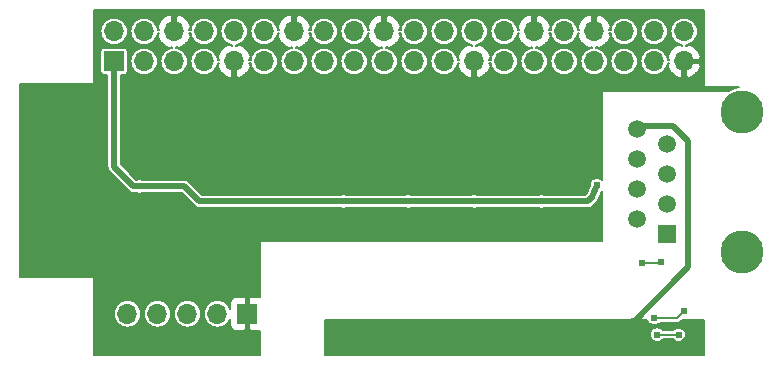
<source format=gbl>
G04 #@! TF.GenerationSoftware,KiCad,Pcbnew,5.1.4*
G04 #@! TF.CreationDate,2019-09-05T15:24:29-04:00*
G04 #@! TF.ProjectId,ec-rpi-vid-prop,65632d72-7069-42d7-9669-642d70726f70,AA*
G04 #@! TF.SameCoordinates,Original*
G04 #@! TF.FileFunction,Copper,L2,Bot*
G04 #@! TF.FilePolarity,Positive*
%FSLAX46Y46*%
G04 Gerber Fmt 4.6, Leading zero omitted, Abs format (unit mm)*
G04 Created by KiCad (PCBNEW 5.1.4) date 2019-09-05 15:24:29*
%MOMM*%
%LPD*%
G04 APERTURE LIST*
%ADD10O,1.700000X1.700000*%
%ADD11R,1.700000X1.700000*%
%ADD12C,3.650000*%
%ADD13R,1.500000X1.500000*%
%ADD14C,1.500000*%
%ADD15C,0.609600*%
%ADD16C,0.508000*%
%ADD17C,0.152400*%
%ADD18C,0.203200*%
G04 APERTURE END LIST*
D10*
X109006980Y-118646520D03*
X111546980Y-118646520D03*
X114086980Y-118646520D03*
X116626980Y-118646520D03*
D11*
X119166980Y-118646520D03*
D12*
X161076980Y-101535520D03*
X161076980Y-113405520D03*
D13*
X154726980Y-111915520D03*
D14*
X152186980Y-110645520D03*
X154726980Y-109375520D03*
X152186980Y-108105520D03*
X154726980Y-106835520D03*
X152186980Y-105565520D03*
X154726980Y-104295520D03*
X152186980Y-103025520D03*
D11*
X107870000Y-97270000D03*
D10*
X107870000Y-94730000D03*
X110410000Y-97270000D03*
X110410000Y-94730000D03*
X112950000Y-97270000D03*
X112950000Y-94730000D03*
X115490000Y-97270000D03*
X115490000Y-94730000D03*
X118030000Y-97270000D03*
X118030000Y-94730000D03*
X120570000Y-97270000D03*
X120570000Y-94730000D03*
X123110000Y-97270000D03*
X123110000Y-94730000D03*
X125650000Y-97270000D03*
X125650000Y-94730000D03*
X128190000Y-97270000D03*
X128190000Y-94730000D03*
X130730000Y-97270000D03*
X130730000Y-94730000D03*
X133270000Y-97270000D03*
X133270000Y-94730000D03*
X135810000Y-97270000D03*
X135810000Y-94730000D03*
X138350000Y-97270000D03*
X138350000Y-94730000D03*
X140890000Y-97270000D03*
X140890000Y-94730000D03*
X143430000Y-97270000D03*
X143430000Y-94730000D03*
X145970000Y-97270000D03*
X145970000Y-94730000D03*
X148510000Y-97270000D03*
X148510000Y-94730000D03*
X151050000Y-97270000D03*
X151050000Y-94730000D03*
X153590000Y-97270000D03*
X153590000Y-94730000D03*
X156130000Y-97270000D03*
X156130000Y-94730000D03*
D15*
X109845180Y-110061320D03*
X119141580Y-98986920D03*
X129047580Y-107724520D03*
X146179880Y-107915020D03*
X138458280Y-100650620D03*
X142357180Y-107876920D03*
X116753980Y-101374520D03*
X134699080Y-107965820D03*
X131752680Y-107864220D03*
X125961480Y-107915020D03*
X116753980Y-112931520D03*
X122532480Y-112042520D03*
X119954380Y-110366120D03*
X121986380Y-108080120D03*
X136946980Y-107851520D03*
X147691180Y-106962520D03*
X110022980Y-107851520D03*
X151932980Y-119281520D03*
X146217980Y-119916520D03*
X129453980Y-119916520D03*
X135041980Y-119916520D03*
X140629980Y-119916520D03*
X144058980Y-109121520D03*
X138343980Y-109121520D03*
X132755980Y-109121520D03*
X127294980Y-109121520D03*
X148757980Y-107724520D03*
X143373180Y-101526920D03*
X124627980Y-105133720D03*
X140172780Y-107876920D03*
X152567980Y-114328520D03*
X154193580Y-114277720D03*
X153837946Y-120399109D03*
X155666774Y-120424520D03*
X156123980Y-118443324D03*
X153583980Y-119002120D03*
D16*
X107870000Y-97270000D02*
X107870000Y-106206540D01*
X107870000Y-106206540D02*
X109514980Y-107851520D01*
X109514980Y-107851520D02*
X110022980Y-107851520D01*
X152440980Y-102771520D02*
X155234980Y-102771520D01*
X152186980Y-103025520D02*
X152440980Y-102771520D01*
X156504980Y-104041520D02*
X156504980Y-114709520D01*
X155234980Y-102771520D02*
X156504980Y-104041520D01*
X156504980Y-114709520D02*
X151297980Y-119916520D01*
X151297980Y-119916520D02*
X146217980Y-119916520D01*
X135041980Y-119916520D02*
X128296980Y-119916520D01*
X146217980Y-119916520D02*
X140629980Y-119916520D01*
X140629980Y-119916520D02*
X135041980Y-119916520D01*
X110022980Y-107851520D02*
X113832980Y-107851520D01*
X113832980Y-107851520D02*
X115102980Y-109121520D01*
X138343980Y-109121520D02*
X144058980Y-109121520D01*
X132755980Y-109121520D02*
X138343980Y-109121520D01*
X115102980Y-109121520D02*
X127294980Y-109121520D01*
X127294980Y-109121520D02*
X132755980Y-109121520D01*
X147995980Y-109121520D02*
X144058980Y-109121520D01*
X148376980Y-108740520D02*
X147995980Y-109121520D01*
X148757980Y-107724520D02*
X148376980Y-108740520D01*
D17*
X154142780Y-114328520D02*
X154193580Y-114277720D01*
X152567980Y-114328520D02*
X154142780Y-114328520D01*
X155641363Y-120399109D02*
X155666774Y-120424520D01*
X153837946Y-120399109D02*
X155641363Y-120399109D01*
X156123980Y-118443324D02*
X155565184Y-119002120D01*
X155565184Y-119002120D02*
X154015032Y-119002120D01*
X154015032Y-119002120D02*
X153583980Y-119002120D01*
D18*
G36*
X157800380Y-99320279D02*
G01*
X157802332Y-99340100D01*
X157808114Y-99359160D01*
X157817503Y-99376725D01*
X157830138Y-99392121D01*
X157845534Y-99404756D01*
X157863099Y-99414145D01*
X157882159Y-99419927D01*
X157901980Y-99421879D01*
X160785976Y-99421879D01*
X160455740Y-99487567D01*
X160068141Y-99648116D01*
X159917277Y-99748920D01*
X149265980Y-99748920D01*
X149246159Y-99750872D01*
X149227099Y-99756654D01*
X149209534Y-99766043D01*
X149194138Y-99778678D01*
X149181503Y-99794074D01*
X149172114Y-99811639D01*
X149166332Y-99830699D01*
X149164380Y-99850520D01*
X149164380Y-107268814D01*
X149146578Y-107251012D01*
X149046734Y-107184299D01*
X148935794Y-107138346D01*
X148818020Y-107114920D01*
X148697940Y-107114920D01*
X148580166Y-107138346D01*
X148469226Y-107184299D01*
X148369382Y-107251012D01*
X148284472Y-107335922D01*
X148217759Y-107435766D01*
X148171806Y-107546706D01*
X148148380Y-107664480D01*
X148148380Y-107758660D01*
X147896261Y-108430977D01*
X147764518Y-108562720D01*
X144302880Y-108562720D01*
X144236794Y-108535346D01*
X144119020Y-108511920D01*
X143998940Y-108511920D01*
X143881166Y-108535346D01*
X143815080Y-108562720D01*
X138587880Y-108562720D01*
X138521794Y-108535346D01*
X138404020Y-108511920D01*
X138283940Y-108511920D01*
X138166166Y-108535346D01*
X138100080Y-108562720D01*
X132999880Y-108562720D01*
X132933794Y-108535346D01*
X132816020Y-108511920D01*
X132695940Y-108511920D01*
X132578166Y-108535346D01*
X132512080Y-108562720D01*
X127538880Y-108562720D01*
X127472794Y-108535346D01*
X127355020Y-108511920D01*
X127234940Y-108511920D01*
X127117166Y-108535346D01*
X127051080Y-108562720D01*
X115334442Y-108562720D01*
X114247523Y-107475801D01*
X114230023Y-107454477D01*
X114144934Y-107384647D01*
X114047858Y-107332759D01*
X113942524Y-107300806D01*
X113860424Y-107292720D01*
X113860422Y-107292720D01*
X113832980Y-107290017D01*
X113805538Y-107292720D01*
X110266880Y-107292720D01*
X110200794Y-107265346D01*
X110083020Y-107241920D01*
X109962940Y-107241920D01*
X109845166Y-107265346D01*
X109779080Y-107292720D01*
X109746443Y-107292720D01*
X108428800Y-105975078D01*
X108428800Y-98426274D01*
X108720000Y-98426274D01*
X108779751Y-98420389D01*
X108837206Y-98402960D01*
X108890157Y-98374658D01*
X108936568Y-98336568D01*
X108974658Y-98290157D01*
X109002960Y-98237206D01*
X109020389Y-98179751D01*
X109026274Y-98120000D01*
X109026274Y-97270000D01*
X109249613Y-97270000D01*
X109271910Y-97496380D01*
X109337942Y-97714061D01*
X109445173Y-97914676D01*
X109589482Y-98090518D01*
X109765324Y-98234827D01*
X109965939Y-98342058D01*
X110183620Y-98408090D01*
X110353276Y-98424800D01*
X110466724Y-98424800D01*
X110636380Y-98408090D01*
X110854061Y-98342058D01*
X111054676Y-98234827D01*
X111230518Y-98090518D01*
X111374827Y-97914676D01*
X111482058Y-97714061D01*
X111548090Y-97496380D01*
X111570387Y-97270000D01*
X111548090Y-97043620D01*
X111482058Y-96825939D01*
X111374827Y-96625324D01*
X111230518Y-96449482D01*
X111054676Y-96305173D01*
X110854061Y-96197942D01*
X110636380Y-96131910D01*
X110466724Y-96115200D01*
X110353276Y-96115200D01*
X110183620Y-96131910D01*
X109965939Y-96197942D01*
X109765324Y-96305173D01*
X109589482Y-96449482D01*
X109445173Y-96625324D01*
X109337942Y-96825939D01*
X109271910Y-97043620D01*
X109249613Y-97270000D01*
X109026274Y-97270000D01*
X109026274Y-96420000D01*
X109020389Y-96360249D01*
X109002960Y-96302794D01*
X108974658Y-96249843D01*
X108936568Y-96203432D01*
X108890157Y-96165342D01*
X108837206Y-96137040D01*
X108779751Y-96119611D01*
X108720000Y-96113726D01*
X107020000Y-96113726D01*
X106960249Y-96119611D01*
X106902794Y-96137040D01*
X106849843Y-96165342D01*
X106803432Y-96203432D01*
X106765342Y-96249843D01*
X106737040Y-96302794D01*
X106719611Y-96360249D01*
X106713726Y-96420000D01*
X106713726Y-98120000D01*
X106719611Y-98179751D01*
X106737040Y-98237206D01*
X106765342Y-98290157D01*
X106803432Y-98336568D01*
X106849843Y-98374658D01*
X106902794Y-98402960D01*
X106960249Y-98420389D01*
X107020000Y-98426274D01*
X107311200Y-98426274D01*
X107311201Y-106179088D01*
X107308497Y-106206540D01*
X107319287Y-106316084D01*
X107351239Y-106421417D01*
X107351240Y-106421418D01*
X107403128Y-106518494D01*
X107472958Y-106603583D01*
X107494276Y-106621078D01*
X109100442Y-108227245D01*
X109117937Y-108248563D01*
X109203026Y-108318393D01*
X109300102Y-108370281D01*
X109405436Y-108402234D01*
X109487536Y-108410320D01*
X109487537Y-108410320D01*
X109514979Y-108413023D01*
X109542421Y-108410320D01*
X109779080Y-108410320D01*
X109845166Y-108437694D01*
X109962940Y-108461120D01*
X110083020Y-108461120D01*
X110200794Y-108437694D01*
X110266880Y-108410320D01*
X113601518Y-108410320D01*
X114688437Y-109497239D01*
X114705937Y-109518563D01*
X114791026Y-109588393D01*
X114888102Y-109640281D01*
X114993436Y-109672234D01*
X115075536Y-109680320D01*
X115075537Y-109680320D01*
X115102979Y-109683023D01*
X115130421Y-109680320D01*
X127051080Y-109680320D01*
X127117166Y-109707694D01*
X127234940Y-109731120D01*
X127355020Y-109731120D01*
X127472794Y-109707694D01*
X127538880Y-109680320D01*
X132512080Y-109680320D01*
X132578166Y-109707694D01*
X132695940Y-109731120D01*
X132816020Y-109731120D01*
X132933794Y-109707694D01*
X132999880Y-109680320D01*
X138100080Y-109680320D01*
X138166166Y-109707694D01*
X138283940Y-109731120D01*
X138404020Y-109731120D01*
X138521794Y-109707694D01*
X138587880Y-109680320D01*
X143815080Y-109680320D01*
X143881166Y-109707694D01*
X143998940Y-109731120D01*
X144119020Y-109731120D01*
X144236794Y-109707694D01*
X144302880Y-109680320D01*
X147968538Y-109680320D01*
X147995980Y-109683023D01*
X148023422Y-109680320D01*
X148023424Y-109680320D01*
X148105524Y-109672234D01*
X148210858Y-109640281D01*
X148307934Y-109588393D01*
X148393023Y-109518563D01*
X148410523Y-109497239D01*
X148759427Y-109148335D01*
X148787262Y-109123865D01*
X148814946Y-109087697D01*
X148843852Y-109052475D01*
X148848358Y-109044045D01*
X148854166Y-109036457D01*
X148874268Y-108995570D01*
X148895740Y-108955398D01*
X148906499Y-108919929D01*
X149164380Y-108232248D01*
X149164380Y-112448920D01*
X120309980Y-112448920D01*
X120290159Y-112450872D01*
X120271099Y-112456654D01*
X120253534Y-112466043D01*
X120238138Y-112478678D01*
X120225503Y-112494074D01*
X120216114Y-112511639D01*
X120210332Y-112530699D01*
X120208380Y-112550520D01*
X120208380Y-117217550D01*
X120136483Y-117195740D01*
X120016980Y-117183970D01*
X119471780Y-117186920D01*
X119319380Y-117339320D01*
X119319380Y-118494120D01*
X119339380Y-118494120D01*
X119339380Y-118798920D01*
X119319380Y-118798920D01*
X119319380Y-119953720D01*
X119471780Y-120106120D01*
X120016980Y-120109070D01*
X120136483Y-120097300D01*
X120208380Y-120075490D01*
X120208380Y-122135320D01*
X106187580Y-122135320D01*
X106187580Y-118646520D01*
X107846593Y-118646520D01*
X107868890Y-118872900D01*
X107934922Y-119090581D01*
X108042153Y-119291196D01*
X108186462Y-119467038D01*
X108362304Y-119611347D01*
X108562919Y-119718578D01*
X108780600Y-119784610D01*
X108950256Y-119801320D01*
X109063704Y-119801320D01*
X109233360Y-119784610D01*
X109451041Y-119718578D01*
X109651656Y-119611347D01*
X109827498Y-119467038D01*
X109971807Y-119291196D01*
X110079038Y-119090581D01*
X110145070Y-118872900D01*
X110167367Y-118646520D01*
X110386593Y-118646520D01*
X110408890Y-118872900D01*
X110474922Y-119090581D01*
X110582153Y-119291196D01*
X110726462Y-119467038D01*
X110902304Y-119611347D01*
X111102919Y-119718578D01*
X111320600Y-119784610D01*
X111490256Y-119801320D01*
X111603704Y-119801320D01*
X111773360Y-119784610D01*
X111991041Y-119718578D01*
X112191656Y-119611347D01*
X112367498Y-119467038D01*
X112511807Y-119291196D01*
X112619038Y-119090581D01*
X112685070Y-118872900D01*
X112707367Y-118646520D01*
X112926593Y-118646520D01*
X112948890Y-118872900D01*
X113014922Y-119090581D01*
X113122153Y-119291196D01*
X113266462Y-119467038D01*
X113442304Y-119611347D01*
X113642919Y-119718578D01*
X113860600Y-119784610D01*
X114030256Y-119801320D01*
X114143704Y-119801320D01*
X114313360Y-119784610D01*
X114531041Y-119718578D01*
X114731656Y-119611347D01*
X114907498Y-119467038D01*
X115051807Y-119291196D01*
X115159038Y-119090581D01*
X115225070Y-118872900D01*
X115247367Y-118646520D01*
X115466593Y-118646520D01*
X115488890Y-118872900D01*
X115554922Y-119090581D01*
X115662153Y-119291196D01*
X115806462Y-119467038D01*
X115982304Y-119611347D01*
X116182919Y-119718578D01*
X116400600Y-119784610D01*
X116570256Y-119801320D01*
X116683704Y-119801320D01*
X116853360Y-119784610D01*
X117071041Y-119718578D01*
X117271656Y-119611347D01*
X117447498Y-119467038D01*
X117591807Y-119291196D01*
X117699038Y-119090581D01*
X117706764Y-119065111D01*
X117704430Y-119496520D01*
X117716200Y-119616023D01*
X117751058Y-119730933D01*
X117807663Y-119836835D01*
X117883842Y-119929658D01*
X117976665Y-120005837D01*
X118082567Y-120062442D01*
X118197477Y-120097300D01*
X118316980Y-120109070D01*
X118862180Y-120106120D01*
X119014580Y-119953720D01*
X119014580Y-118798920D01*
X118994580Y-118798920D01*
X118994580Y-118494120D01*
X119014580Y-118494120D01*
X119014580Y-117339320D01*
X118862180Y-117186920D01*
X118316980Y-117183970D01*
X118197477Y-117195740D01*
X118082567Y-117230598D01*
X117976665Y-117287203D01*
X117883842Y-117363382D01*
X117807663Y-117456205D01*
X117751058Y-117562107D01*
X117716200Y-117677017D01*
X117704430Y-117796520D01*
X117706764Y-118227929D01*
X117699038Y-118202459D01*
X117591807Y-118001844D01*
X117447498Y-117826002D01*
X117271656Y-117681693D01*
X117071041Y-117574462D01*
X116853360Y-117508430D01*
X116683704Y-117491720D01*
X116570256Y-117491720D01*
X116400600Y-117508430D01*
X116182919Y-117574462D01*
X115982304Y-117681693D01*
X115806462Y-117826002D01*
X115662153Y-118001844D01*
X115554922Y-118202459D01*
X115488890Y-118420140D01*
X115466593Y-118646520D01*
X115247367Y-118646520D01*
X115225070Y-118420140D01*
X115159038Y-118202459D01*
X115051807Y-118001844D01*
X114907498Y-117826002D01*
X114731656Y-117681693D01*
X114531041Y-117574462D01*
X114313360Y-117508430D01*
X114143704Y-117491720D01*
X114030256Y-117491720D01*
X113860600Y-117508430D01*
X113642919Y-117574462D01*
X113442304Y-117681693D01*
X113266462Y-117826002D01*
X113122153Y-118001844D01*
X113014922Y-118202459D01*
X112948890Y-118420140D01*
X112926593Y-118646520D01*
X112707367Y-118646520D01*
X112685070Y-118420140D01*
X112619038Y-118202459D01*
X112511807Y-118001844D01*
X112367498Y-117826002D01*
X112191656Y-117681693D01*
X111991041Y-117574462D01*
X111773360Y-117508430D01*
X111603704Y-117491720D01*
X111490256Y-117491720D01*
X111320600Y-117508430D01*
X111102919Y-117574462D01*
X110902304Y-117681693D01*
X110726462Y-117826002D01*
X110582153Y-118001844D01*
X110474922Y-118202459D01*
X110408890Y-118420140D01*
X110386593Y-118646520D01*
X110167367Y-118646520D01*
X110145070Y-118420140D01*
X110079038Y-118202459D01*
X109971807Y-118001844D01*
X109827498Y-117826002D01*
X109651656Y-117681693D01*
X109451041Y-117574462D01*
X109233360Y-117508430D01*
X109063704Y-117491720D01*
X108950256Y-117491720D01*
X108780600Y-117508430D01*
X108562919Y-117574462D01*
X108362304Y-117681693D01*
X108186462Y-117826002D01*
X108042153Y-118001844D01*
X107934922Y-118202459D01*
X107868890Y-118420140D01*
X107846593Y-118646520D01*
X106187580Y-118646520D01*
X106187580Y-115595897D01*
X106185628Y-115576076D01*
X106179846Y-115557016D01*
X106170457Y-115539451D01*
X106157822Y-115524055D01*
X106142426Y-115511420D01*
X106124861Y-115502031D01*
X106105801Y-115496249D01*
X106085980Y-115494297D01*
X99892380Y-115494297D01*
X99892380Y-99174139D01*
X106085980Y-99174139D01*
X106105801Y-99172187D01*
X106124861Y-99166405D01*
X106142426Y-99157016D01*
X106157822Y-99144381D01*
X106170457Y-99128985D01*
X106179846Y-99111420D01*
X106185628Y-99092360D01*
X106187580Y-99072539D01*
X106187580Y-94730000D01*
X106709613Y-94730000D01*
X106731910Y-94956380D01*
X106797942Y-95174061D01*
X106905173Y-95374676D01*
X107049482Y-95550518D01*
X107225324Y-95694827D01*
X107425939Y-95802058D01*
X107643620Y-95868090D01*
X107813276Y-95884800D01*
X107926724Y-95884800D01*
X108096380Y-95868090D01*
X108314061Y-95802058D01*
X108514676Y-95694827D01*
X108690518Y-95550518D01*
X108834827Y-95374676D01*
X108942058Y-95174061D01*
X109008090Y-94956380D01*
X109030387Y-94730000D01*
X109249613Y-94730000D01*
X109271910Y-94956380D01*
X109337942Y-95174061D01*
X109445173Y-95374676D01*
X109589482Y-95550518D01*
X109765324Y-95694827D01*
X109965939Y-95802058D01*
X110183620Y-95868090D01*
X110353276Y-95884800D01*
X110466724Y-95884800D01*
X110636380Y-95868090D01*
X110854061Y-95802058D01*
X111054676Y-95694827D01*
X111230518Y-95550518D01*
X111374827Y-95374676D01*
X111482058Y-95174061D01*
X111548090Y-94956380D01*
X111555376Y-94882402D01*
X111650771Y-94882402D01*
X111540085Y-95107608D01*
X111640844Y-95375413D01*
X111791913Y-95618415D01*
X111987486Y-95827276D01*
X112220048Y-95993969D01*
X112480662Y-96112089D01*
X112572393Y-96139910D01*
X112797598Y-96028287D01*
X112797598Y-96124624D01*
X112723620Y-96131910D01*
X112505939Y-96197942D01*
X112305324Y-96305173D01*
X112129482Y-96449482D01*
X111985173Y-96625324D01*
X111877942Y-96825939D01*
X111811910Y-97043620D01*
X111789613Y-97270000D01*
X111811910Y-97496380D01*
X111877942Y-97714061D01*
X111985173Y-97914676D01*
X112129482Y-98090518D01*
X112305324Y-98234827D01*
X112505939Y-98342058D01*
X112723620Y-98408090D01*
X112893276Y-98424800D01*
X113006724Y-98424800D01*
X113176380Y-98408090D01*
X113394061Y-98342058D01*
X113594676Y-98234827D01*
X113770518Y-98090518D01*
X113914827Y-97914676D01*
X114022058Y-97714061D01*
X114088090Y-97496380D01*
X114110387Y-97270000D01*
X114329613Y-97270000D01*
X114351910Y-97496380D01*
X114417942Y-97714061D01*
X114525173Y-97914676D01*
X114669482Y-98090518D01*
X114845324Y-98234827D01*
X115045939Y-98342058D01*
X115263620Y-98408090D01*
X115433276Y-98424800D01*
X115546724Y-98424800D01*
X115716380Y-98408090D01*
X115934061Y-98342058D01*
X116134676Y-98234827D01*
X116310518Y-98090518D01*
X116454827Y-97914676D01*
X116562058Y-97714061D01*
X116628090Y-97496380D01*
X116635376Y-97422402D01*
X116730771Y-97422402D01*
X116620085Y-97647608D01*
X116720844Y-97915413D01*
X116871913Y-98158415D01*
X117067486Y-98367276D01*
X117300048Y-98533969D01*
X117560662Y-98652089D01*
X117652393Y-98679910D01*
X117877600Y-98568286D01*
X117877600Y-97422400D01*
X117857600Y-97422400D01*
X117857600Y-97117600D01*
X117877600Y-97117600D01*
X117877600Y-97097600D01*
X118182400Y-97097600D01*
X118182400Y-97117600D01*
X118202400Y-97117600D01*
X118202400Y-97422400D01*
X118182400Y-97422400D01*
X118182400Y-98568286D01*
X118407607Y-98679910D01*
X118499338Y-98652089D01*
X118759952Y-98533969D01*
X118992514Y-98367276D01*
X119188087Y-98158415D01*
X119339156Y-97915413D01*
X119439915Y-97647608D01*
X119329229Y-97422402D01*
X119424624Y-97422402D01*
X119431910Y-97496380D01*
X119497942Y-97714061D01*
X119605173Y-97914676D01*
X119749482Y-98090518D01*
X119925324Y-98234827D01*
X120125939Y-98342058D01*
X120343620Y-98408090D01*
X120513276Y-98424800D01*
X120626724Y-98424800D01*
X120796380Y-98408090D01*
X121014061Y-98342058D01*
X121214676Y-98234827D01*
X121390518Y-98090518D01*
X121534827Y-97914676D01*
X121642058Y-97714061D01*
X121708090Y-97496380D01*
X121730387Y-97270000D01*
X121708090Y-97043620D01*
X121642058Y-96825939D01*
X121534827Y-96625324D01*
X121390518Y-96449482D01*
X121214676Y-96305173D01*
X121014061Y-96197942D01*
X120796380Y-96131910D01*
X120626724Y-96115200D01*
X120513276Y-96115200D01*
X120343620Y-96131910D01*
X120125939Y-96197942D01*
X119925324Y-96305173D01*
X119749482Y-96449482D01*
X119605173Y-96625324D01*
X119497942Y-96825939D01*
X119431910Y-97043620D01*
X119424624Y-97117598D01*
X119329229Y-97117598D01*
X119439915Y-96892392D01*
X119339156Y-96624587D01*
X119188087Y-96381585D01*
X118992514Y-96172724D01*
X118759952Y-96006031D01*
X118499338Y-95887911D01*
X118407607Y-95860090D01*
X118182402Y-95971713D01*
X118182402Y-95875376D01*
X118256380Y-95868090D01*
X118474061Y-95802058D01*
X118674676Y-95694827D01*
X118850518Y-95550518D01*
X118994827Y-95374676D01*
X119102058Y-95174061D01*
X119168090Y-94956380D01*
X119190387Y-94730000D01*
X119409613Y-94730000D01*
X119431910Y-94956380D01*
X119497942Y-95174061D01*
X119605173Y-95374676D01*
X119749482Y-95550518D01*
X119925324Y-95694827D01*
X120125939Y-95802058D01*
X120343620Y-95868090D01*
X120513276Y-95884800D01*
X120626724Y-95884800D01*
X120796380Y-95868090D01*
X121014061Y-95802058D01*
X121214676Y-95694827D01*
X121390518Y-95550518D01*
X121534827Y-95374676D01*
X121642058Y-95174061D01*
X121708090Y-94956380D01*
X121715376Y-94882402D01*
X121810771Y-94882402D01*
X121700085Y-95107608D01*
X121800844Y-95375413D01*
X121951913Y-95618415D01*
X122147486Y-95827276D01*
X122380048Y-95993969D01*
X122640662Y-96112089D01*
X122732393Y-96139910D01*
X122957598Y-96028287D01*
X122957598Y-96124624D01*
X122883620Y-96131910D01*
X122665939Y-96197942D01*
X122465324Y-96305173D01*
X122289482Y-96449482D01*
X122145173Y-96625324D01*
X122037942Y-96825939D01*
X121971910Y-97043620D01*
X121949613Y-97270000D01*
X121971910Y-97496380D01*
X122037942Y-97714061D01*
X122145173Y-97914676D01*
X122289482Y-98090518D01*
X122465324Y-98234827D01*
X122665939Y-98342058D01*
X122883620Y-98408090D01*
X123053276Y-98424800D01*
X123166724Y-98424800D01*
X123336380Y-98408090D01*
X123554061Y-98342058D01*
X123754676Y-98234827D01*
X123930518Y-98090518D01*
X124074827Y-97914676D01*
X124182058Y-97714061D01*
X124248090Y-97496380D01*
X124270387Y-97270000D01*
X124489613Y-97270000D01*
X124511910Y-97496380D01*
X124577942Y-97714061D01*
X124685173Y-97914676D01*
X124829482Y-98090518D01*
X125005324Y-98234827D01*
X125205939Y-98342058D01*
X125423620Y-98408090D01*
X125593276Y-98424800D01*
X125706724Y-98424800D01*
X125876380Y-98408090D01*
X126094061Y-98342058D01*
X126294676Y-98234827D01*
X126470518Y-98090518D01*
X126614827Y-97914676D01*
X126722058Y-97714061D01*
X126788090Y-97496380D01*
X126810387Y-97270000D01*
X127029613Y-97270000D01*
X127051910Y-97496380D01*
X127117942Y-97714061D01*
X127225173Y-97914676D01*
X127369482Y-98090518D01*
X127545324Y-98234827D01*
X127745939Y-98342058D01*
X127963620Y-98408090D01*
X128133276Y-98424800D01*
X128246724Y-98424800D01*
X128416380Y-98408090D01*
X128634061Y-98342058D01*
X128834676Y-98234827D01*
X129010518Y-98090518D01*
X129154827Y-97914676D01*
X129262058Y-97714061D01*
X129328090Y-97496380D01*
X129350387Y-97270000D01*
X129328090Y-97043620D01*
X129262058Y-96825939D01*
X129154827Y-96625324D01*
X129010518Y-96449482D01*
X128834676Y-96305173D01*
X128634061Y-96197942D01*
X128416380Y-96131910D01*
X128246724Y-96115200D01*
X128133276Y-96115200D01*
X127963620Y-96131910D01*
X127745939Y-96197942D01*
X127545324Y-96305173D01*
X127369482Y-96449482D01*
X127225173Y-96625324D01*
X127117942Y-96825939D01*
X127051910Y-97043620D01*
X127029613Y-97270000D01*
X126810387Y-97270000D01*
X126788090Y-97043620D01*
X126722058Y-96825939D01*
X126614827Y-96625324D01*
X126470518Y-96449482D01*
X126294676Y-96305173D01*
X126094061Y-96197942D01*
X125876380Y-96131910D01*
X125706724Y-96115200D01*
X125593276Y-96115200D01*
X125423620Y-96131910D01*
X125205939Y-96197942D01*
X125005324Y-96305173D01*
X124829482Y-96449482D01*
X124685173Y-96625324D01*
X124577942Y-96825939D01*
X124511910Y-97043620D01*
X124489613Y-97270000D01*
X124270387Y-97270000D01*
X124248090Y-97043620D01*
X124182058Y-96825939D01*
X124074827Y-96625324D01*
X123930518Y-96449482D01*
X123754676Y-96305173D01*
X123554061Y-96197942D01*
X123336380Y-96131910D01*
X123262402Y-96124624D01*
X123262402Y-96028287D01*
X123487607Y-96139910D01*
X123579338Y-96112089D01*
X123839952Y-95993969D01*
X124072514Y-95827276D01*
X124268087Y-95618415D01*
X124419156Y-95375413D01*
X124519915Y-95107608D01*
X124409229Y-94882402D01*
X124504624Y-94882402D01*
X124511910Y-94956380D01*
X124577942Y-95174061D01*
X124685173Y-95374676D01*
X124829482Y-95550518D01*
X125005324Y-95694827D01*
X125205939Y-95802058D01*
X125423620Y-95868090D01*
X125593276Y-95884800D01*
X125706724Y-95884800D01*
X125876380Y-95868090D01*
X126094061Y-95802058D01*
X126294676Y-95694827D01*
X126470518Y-95550518D01*
X126614827Y-95374676D01*
X126722058Y-95174061D01*
X126788090Y-94956380D01*
X126810387Y-94730000D01*
X127029613Y-94730000D01*
X127051910Y-94956380D01*
X127117942Y-95174061D01*
X127225173Y-95374676D01*
X127369482Y-95550518D01*
X127545324Y-95694827D01*
X127745939Y-95802058D01*
X127963620Y-95868090D01*
X128133276Y-95884800D01*
X128246724Y-95884800D01*
X128416380Y-95868090D01*
X128634061Y-95802058D01*
X128834676Y-95694827D01*
X129010518Y-95550518D01*
X129154827Y-95374676D01*
X129262058Y-95174061D01*
X129328090Y-94956380D01*
X129335376Y-94882402D01*
X129430771Y-94882402D01*
X129320085Y-95107608D01*
X129420844Y-95375413D01*
X129571913Y-95618415D01*
X129767486Y-95827276D01*
X130000048Y-95993969D01*
X130260662Y-96112089D01*
X130352393Y-96139910D01*
X130577598Y-96028287D01*
X130577598Y-96124624D01*
X130503620Y-96131910D01*
X130285939Y-96197942D01*
X130085324Y-96305173D01*
X129909482Y-96449482D01*
X129765173Y-96625324D01*
X129657942Y-96825939D01*
X129591910Y-97043620D01*
X129569613Y-97270000D01*
X129591910Y-97496380D01*
X129657942Y-97714061D01*
X129765173Y-97914676D01*
X129909482Y-98090518D01*
X130085324Y-98234827D01*
X130285939Y-98342058D01*
X130503620Y-98408090D01*
X130673276Y-98424800D01*
X130786724Y-98424800D01*
X130956380Y-98408090D01*
X131174061Y-98342058D01*
X131374676Y-98234827D01*
X131550518Y-98090518D01*
X131694827Y-97914676D01*
X131802058Y-97714061D01*
X131868090Y-97496380D01*
X131890387Y-97270000D01*
X132109613Y-97270000D01*
X132131910Y-97496380D01*
X132197942Y-97714061D01*
X132305173Y-97914676D01*
X132449482Y-98090518D01*
X132625324Y-98234827D01*
X132825939Y-98342058D01*
X133043620Y-98408090D01*
X133213276Y-98424800D01*
X133326724Y-98424800D01*
X133496380Y-98408090D01*
X133714061Y-98342058D01*
X133914676Y-98234827D01*
X134090518Y-98090518D01*
X134234827Y-97914676D01*
X134342058Y-97714061D01*
X134408090Y-97496380D01*
X134430387Y-97270000D01*
X134649613Y-97270000D01*
X134671910Y-97496380D01*
X134737942Y-97714061D01*
X134845173Y-97914676D01*
X134989482Y-98090518D01*
X135165324Y-98234827D01*
X135365939Y-98342058D01*
X135583620Y-98408090D01*
X135753276Y-98424800D01*
X135866724Y-98424800D01*
X136036380Y-98408090D01*
X136254061Y-98342058D01*
X136454676Y-98234827D01*
X136630518Y-98090518D01*
X136774827Y-97914676D01*
X136882058Y-97714061D01*
X136948090Y-97496380D01*
X136955376Y-97422402D01*
X137050771Y-97422402D01*
X136940085Y-97647608D01*
X137040844Y-97915413D01*
X137191913Y-98158415D01*
X137387486Y-98367276D01*
X137620048Y-98533969D01*
X137880662Y-98652089D01*
X137972393Y-98679910D01*
X138197600Y-98568286D01*
X138197600Y-97422400D01*
X138177600Y-97422400D01*
X138177600Y-97117600D01*
X138197600Y-97117600D01*
X138197600Y-97097600D01*
X138502400Y-97097600D01*
X138502400Y-97117600D01*
X138522400Y-97117600D01*
X138522400Y-97422400D01*
X138502400Y-97422400D01*
X138502400Y-98568286D01*
X138727607Y-98679910D01*
X138819338Y-98652089D01*
X139079952Y-98533969D01*
X139312514Y-98367276D01*
X139508087Y-98158415D01*
X139659156Y-97915413D01*
X139759915Y-97647608D01*
X139649229Y-97422402D01*
X139744624Y-97422402D01*
X139751910Y-97496380D01*
X139817942Y-97714061D01*
X139925173Y-97914676D01*
X140069482Y-98090518D01*
X140245324Y-98234827D01*
X140445939Y-98342058D01*
X140663620Y-98408090D01*
X140833276Y-98424800D01*
X140946724Y-98424800D01*
X141116380Y-98408090D01*
X141334061Y-98342058D01*
X141534676Y-98234827D01*
X141710518Y-98090518D01*
X141854827Y-97914676D01*
X141962058Y-97714061D01*
X142028090Y-97496380D01*
X142050387Y-97270000D01*
X142028090Y-97043620D01*
X141962058Y-96825939D01*
X141854827Y-96625324D01*
X141710518Y-96449482D01*
X141534676Y-96305173D01*
X141334061Y-96197942D01*
X141116380Y-96131910D01*
X140946724Y-96115200D01*
X140833276Y-96115200D01*
X140663620Y-96131910D01*
X140445939Y-96197942D01*
X140245324Y-96305173D01*
X140069482Y-96449482D01*
X139925173Y-96625324D01*
X139817942Y-96825939D01*
X139751910Y-97043620D01*
X139744624Y-97117598D01*
X139649229Y-97117598D01*
X139759915Y-96892392D01*
X139659156Y-96624587D01*
X139508087Y-96381585D01*
X139312514Y-96172724D01*
X139079952Y-96006031D01*
X138819338Y-95887911D01*
X138727607Y-95860090D01*
X138502402Y-95971713D01*
X138502402Y-95875376D01*
X138576380Y-95868090D01*
X138794061Y-95802058D01*
X138994676Y-95694827D01*
X139170518Y-95550518D01*
X139314827Y-95374676D01*
X139422058Y-95174061D01*
X139488090Y-94956380D01*
X139510387Y-94730000D01*
X139729613Y-94730000D01*
X139751910Y-94956380D01*
X139817942Y-95174061D01*
X139925173Y-95374676D01*
X140069482Y-95550518D01*
X140245324Y-95694827D01*
X140445939Y-95802058D01*
X140663620Y-95868090D01*
X140833276Y-95884800D01*
X140946724Y-95884800D01*
X141116380Y-95868090D01*
X141334061Y-95802058D01*
X141534676Y-95694827D01*
X141710518Y-95550518D01*
X141854827Y-95374676D01*
X141962058Y-95174061D01*
X142028090Y-94956380D01*
X142035376Y-94882402D01*
X142130771Y-94882402D01*
X142020085Y-95107608D01*
X142120844Y-95375413D01*
X142271913Y-95618415D01*
X142467486Y-95827276D01*
X142700048Y-95993969D01*
X142960662Y-96112089D01*
X143052393Y-96139910D01*
X143277598Y-96028287D01*
X143277598Y-96124624D01*
X143203620Y-96131910D01*
X142985939Y-96197942D01*
X142785324Y-96305173D01*
X142609482Y-96449482D01*
X142465173Y-96625324D01*
X142357942Y-96825939D01*
X142291910Y-97043620D01*
X142269613Y-97270000D01*
X142291910Y-97496380D01*
X142357942Y-97714061D01*
X142465173Y-97914676D01*
X142609482Y-98090518D01*
X142785324Y-98234827D01*
X142985939Y-98342058D01*
X143203620Y-98408090D01*
X143373276Y-98424800D01*
X143486724Y-98424800D01*
X143656380Y-98408090D01*
X143874061Y-98342058D01*
X144074676Y-98234827D01*
X144250518Y-98090518D01*
X144394827Y-97914676D01*
X144502058Y-97714061D01*
X144568090Y-97496380D01*
X144590387Y-97270000D01*
X144809613Y-97270000D01*
X144831910Y-97496380D01*
X144897942Y-97714061D01*
X145005173Y-97914676D01*
X145149482Y-98090518D01*
X145325324Y-98234827D01*
X145525939Y-98342058D01*
X145743620Y-98408090D01*
X145913276Y-98424800D01*
X146026724Y-98424800D01*
X146196380Y-98408090D01*
X146414061Y-98342058D01*
X146614676Y-98234827D01*
X146790518Y-98090518D01*
X146934827Y-97914676D01*
X147042058Y-97714061D01*
X147108090Y-97496380D01*
X147130387Y-97270000D01*
X147108090Y-97043620D01*
X147042058Y-96825939D01*
X146934827Y-96625324D01*
X146790518Y-96449482D01*
X146614676Y-96305173D01*
X146414061Y-96197942D01*
X146196380Y-96131910D01*
X146026724Y-96115200D01*
X145913276Y-96115200D01*
X145743620Y-96131910D01*
X145525939Y-96197942D01*
X145325324Y-96305173D01*
X145149482Y-96449482D01*
X145005173Y-96625324D01*
X144897942Y-96825939D01*
X144831910Y-97043620D01*
X144809613Y-97270000D01*
X144590387Y-97270000D01*
X144568090Y-97043620D01*
X144502058Y-96825939D01*
X144394827Y-96625324D01*
X144250518Y-96449482D01*
X144074676Y-96305173D01*
X143874061Y-96197942D01*
X143656380Y-96131910D01*
X143582402Y-96124624D01*
X143582402Y-96028287D01*
X143807607Y-96139910D01*
X143899338Y-96112089D01*
X144159952Y-95993969D01*
X144392514Y-95827276D01*
X144588087Y-95618415D01*
X144739156Y-95375413D01*
X144839915Y-95107608D01*
X144729229Y-94882402D01*
X144824624Y-94882402D01*
X144831910Y-94956380D01*
X144897942Y-95174061D01*
X145005173Y-95374676D01*
X145149482Y-95550518D01*
X145325324Y-95694827D01*
X145525939Y-95802058D01*
X145743620Y-95868090D01*
X145913276Y-95884800D01*
X146026724Y-95884800D01*
X146196380Y-95868090D01*
X146414061Y-95802058D01*
X146614676Y-95694827D01*
X146790518Y-95550518D01*
X146934827Y-95374676D01*
X147042058Y-95174061D01*
X147108090Y-94956380D01*
X147115376Y-94882402D01*
X147210771Y-94882402D01*
X147100085Y-95107608D01*
X147200844Y-95375413D01*
X147351913Y-95618415D01*
X147547486Y-95827276D01*
X147780048Y-95993969D01*
X148040662Y-96112089D01*
X148132393Y-96139910D01*
X148357598Y-96028287D01*
X148357598Y-96124624D01*
X148283620Y-96131910D01*
X148065939Y-96197942D01*
X147865324Y-96305173D01*
X147689482Y-96449482D01*
X147545173Y-96625324D01*
X147437942Y-96825939D01*
X147371910Y-97043620D01*
X147349613Y-97270000D01*
X147371910Y-97496380D01*
X147437942Y-97714061D01*
X147545173Y-97914676D01*
X147689482Y-98090518D01*
X147865324Y-98234827D01*
X148065939Y-98342058D01*
X148283620Y-98408090D01*
X148453276Y-98424800D01*
X148566724Y-98424800D01*
X148736380Y-98408090D01*
X148954061Y-98342058D01*
X149154676Y-98234827D01*
X149330518Y-98090518D01*
X149474827Y-97914676D01*
X149582058Y-97714061D01*
X149648090Y-97496380D01*
X149670387Y-97270000D01*
X149889613Y-97270000D01*
X149911910Y-97496380D01*
X149977942Y-97714061D01*
X150085173Y-97914676D01*
X150229482Y-98090518D01*
X150405324Y-98234827D01*
X150605939Y-98342058D01*
X150823620Y-98408090D01*
X150993276Y-98424800D01*
X151106724Y-98424800D01*
X151276380Y-98408090D01*
X151494061Y-98342058D01*
X151694676Y-98234827D01*
X151870518Y-98090518D01*
X152014827Y-97914676D01*
X152122058Y-97714061D01*
X152188090Y-97496380D01*
X152210387Y-97270000D01*
X152429613Y-97270000D01*
X152451910Y-97496380D01*
X152517942Y-97714061D01*
X152625173Y-97914676D01*
X152769482Y-98090518D01*
X152945324Y-98234827D01*
X153145939Y-98342058D01*
X153363620Y-98408090D01*
X153533276Y-98424800D01*
X153646724Y-98424800D01*
X153816380Y-98408090D01*
X154034061Y-98342058D01*
X154234676Y-98234827D01*
X154410518Y-98090518D01*
X154554827Y-97914676D01*
X154662058Y-97714061D01*
X154728090Y-97496380D01*
X154735376Y-97422402D01*
X154830771Y-97422402D01*
X154720085Y-97647608D01*
X154820844Y-97915413D01*
X154971913Y-98158415D01*
X155167486Y-98367276D01*
X155400048Y-98533969D01*
X155660662Y-98652089D01*
X155752393Y-98679910D01*
X155977600Y-98568286D01*
X155977600Y-97422400D01*
X156282400Y-97422400D01*
X156282400Y-98568286D01*
X156507607Y-98679910D01*
X156599338Y-98652089D01*
X156859952Y-98533969D01*
X157092514Y-98367276D01*
X157288087Y-98158415D01*
X157439156Y-97915413D01*
X157539915Y-97647608D01*
X157429228Y-97422400D01*
X156282400Y-97422400D01*
X155977600Y-97422400D01*
X155957600Y-97422400D01*
X155957600Y-97117600D01*
X155977600Y-97117600D01*
X155977600Y-97097600D01*
X156282400Y-97097600D01*
X156282400Y-97117600D01*
X157429228Y-97117600D01*
X157539915Y-96892392D01*
X157439156Y-96624587D01*
X157288087Y-96381585D01*
X157092514Y-96172724D01*
X156859952Y-96006031D01*
X156599338Y-95887911D01*
X156507607Y-95860090D01*
X156282402Y-95971713D01*
X156282402Y-95875376D01*
X156356380Y-95868090D01*
X156574061Y-95802058D01*
X156774676Y-95694827D01*
X156950518Y-95550518D01*
X157094827Y-95374676D01*
X157202058Y-95174061D01*
X157268090Y-94956380D01*
X157290387Y-94730000D01*
X157268090Y-94503620D01*
X157202058Y-94285939D01*
X157094827Y-94085324D01*
X156950518Y-93909482D01*
X156774676Y-93765173D01*
X156574061Y-93657942D01*
X156356380Y-93591910D01*
X156186724Y-93575200D01*
X156073276Y-93575200D01*
X155903620Y-93591910D01*
X155685939Y-93657942D01*
X155485324Y-93765173D01*
X155309482Y-93909482D01*
X155165173Y-94085324D01*
X155057942Y-94285939D01*
X154991910Y-94503620D01*
X154969613Y-94730000D01*
X154991910Y-94956380D01*
X155057942Y-95174061D01*
X155165173Y-95374676D01*
X155309482Y-95550518D01*
X155485324Y-95694827D01*
X155685939Y-95802058D01*
X155903620Y-95868090D01*
X155977598Y-95875376D01*
X155977598Y-95971713D01*
X155752393Y-95860090D01*
X155660662Y-95887911D01*
X155400048Y-96006031D01*
X155167486Y-96172724D01*
X154971913Y-96381585D01*
X154820844Y-96624587D01*
X154720085Y-96892392D01*
X154830771Y-97117598D01*
X154735376Y-97117598D01*
X154728090Y-97043620D01*
X154662058Y-96825939D01*
X154554827Y-96625324D01*
X154410518Y-96449482D01*
X154234676Y-96305173D01*
X154034061Y-96197942D01*
X153816380Y-96131910D01*
X153646724Y-96115200D01*
X153533276Y-96115200D01*
X153363620Y-96131910D01*
X153145939Y-96197942D01*
X152945324Y-96305173D01*
X152769482Y-96449482D01*
X152625173Y-96625324D01*
X152517942Y-96825939D01*
X152451910Y-97043620D01*
X152429613Y-97270000D01*
X152210387Y-97270000D01*
X152188090Y-97043620D01*
X152122058Y-96825939D01*
X152014827Y-96625324D01*
X151870518Y-96449482D01*
X151694676Y-96305173D01*
X151494061Y-96197942D01*
X151276380Y-96131910D01*
X151106724Y-96115200D01*
X150993276Y-96115200D01*
X150823620Y-96131910D01*
X150605939Y-96197942D01*
X150405324Y-96305173D01*
X150229482Y-96449482D01*
X150085173Y-96625324D01*
X149977942Y-96825939D01*
X149911910Y-97043620D01*
X149889613Y-97270000D01*
X149670387Y-97270000D01*
X149648090Y-97043620D01*
X149582058Y-96825939D01*
X149474827Y-96625324D01*
X149330518Y-96449482D01*
X149154676Y-96305173D01*
X148954061Y-96197942D01*
X148736380Y-96131910D01*
X148662402Y-96124624D01*
X148662402Y-96028287D01*
X148887607Y-96139910D01*
X148979338Y-96112089D01*
X149239952Y-95993969D01*
X149472514Y-95827276D01*
X149668087Y-95618415D01*
X149819156Y-95375413D01*
X149919915Y-95107608D01*
X149809229Y-94882402D01*
X149904624Y-94882402D01*
X149911910Y-94956380D01*
X149977942Y-95174061D01*
X150085173Y-95374676D01*
X150229482Y-95550518D01*
X150405324Y-95694827D01*
X150605939Y-95802058D01*
X150823620Y-95868090D01*
X150993276Y-95884800D01*
X151106724Y-95884800D01*
X151276380Y-95868090D01*
X151494061Y-95802058D01*
X151694676Y-95694827D01*
X151870518Y-95550518D01*
X152014827Y-95374676D01*
X152122058Y-95174061D01*
X152188090Y-94956380D01*
X152210387Y-94730000D01*
X152429613Y-94730000D01*
X152451910Y-94956380D01*
X152517942Y-95174061D01*
X152625173Y-95374676D01*
X152769482Y-95550518D01*
X152945324Y-95694827D01*
X153145939Y-95802058D01*
X153363620Y-95868090D01*
X153533276Y-95884800D01*
X153646724Y-95884800D01*
X153816380Y-95868090D01*
X154034061Y-95802058D01*
X154234676Y-95694827D01*
X154410518Y-95550518D01*
X154554827Y-95374676D01*
X154662058Y-95174061D01*
X154728090Y-94956380D01*
X154750387Y-94730000D01*
X154728090Y-94503620D01*
X154662058Y-94285939D01*
X154554827Y-94085324D01*
X154410518Y-93909482D01*
X154234676Y-93765173D01*
X154034061Y-93657942D01*
X153816380Y-93591910D01*
X153646724Y-93575200D01*
X153533276Y-93575200D01*
X153363620Y-93591910D01*
X153145939Y-93657942D01*
X152945324Y-93765173D01*
X152769482Y-93909482D01*
X152625173Y-94085324D01*
X152517942Y-94285939D01*
X152451910Y-94503620D01*
X152429613Y-94730000D01*
X152210387Y-94730000D01*
X152188090Y-94503620D01*
X152122058Y-94285939D01*
X152014827Y-94085324D01*
X151870518Y-93909482D01*
X151694676Y-93765173D01*
X151494061Y-93657942D01*
X151276380Y-93591910D01*
X151106724Y-93575200D01*
X150993276Y-93575200D01*
X150823620Y-93591910D01*
X150605939Y-93657942D01*
X150405324Y-93765173D01*
X150229482Y-93909482D01*
X150085173Y-94085324D01*
X149977942Y-94285939D01*
X149911910Y-94503620D01*
X149904624Y-94577598D01*
X149809229Y-94577598D01*
X149919915Y-94352392D01*
X149819156Y-94084587D01*
X149668087Y-93841585D01*
X149472514Y-93632724D01*
X149239952Y-93466031D01*
X148979338Y-93347911D01*
X148887607Y-93320090D01*
X148662400Y-93431714D01*
X148662400Y-94577600D01*
X148682400Y-94577600D01*
X148682400Y-94882400D01*
X148662400Y-94882400D01*
X148662400Y-94902400D01*
X148357600Y-94902400D01*
X148357600Y-94882400D01*
X148337600Y-94882400D01*
X148337600Y-94577600D01*
X148357600Y-94577600D01*
X148357600Y-93431714D01*
X148132393Y-93320090D01*
X148040662Y-93347911D01*
X147780048Y-93466031D01*
X147547486Y-93632724D01*
X147351913Y-93841585D01*
X147200844Y-94084587D01*
X147100085Y-94352392D01*
X147210771Y-94577598D01*
X147115376Y-94577598D01*
X147108090Y-94503620D01*
X147042058Y-94285939D01*
X146934827Y-94085324D01*
X146790518Y-93909482D01*
X146614676Y-93765173D01*
X146414061Y-93657942D01*
X146196380Y-93591910D01*
X146026724Y-93575200D01*
X145913276Y-93575200D01*
X145743620Y-93591910D01*
X145525939Y-93657942D01*
X145325324Y-93765173D01*
X145149482Y-93909482D01*
X145005173Y-94085324D01*
X144897942Y-94285939D01*
X144831910Y-94503620D01*
X144824624Y-94577598D01*
X144729229Y-94577598D01*
X144839915Y-94352392D01*
X144739156Y-94084587D01*
X144588087Y-93841585D01*
X144392514Y-93632724D01*
X144159952Y-93466031D01*
X143899338Y-93347911D01*
X143807607Y-93320090D01*
X143582400Y-93431714D01*
X143582400Y-94577600D01*
X143602400Y-94577600D01*
X143602400Y-94882400D01*
X143582400Y-94882400D01*
X143582400Y-94902400D01*
X143277600Y-94902400D01*
X143277600Y-94882400D01*
X143257600Y-94882400D01*
X143257600Y-94577600D01*
X143277600Y-94577600D01*
X143277600Y-93431714D01*
X143052393Y-93320090D01*
X142960662Y-93347911D01*
X142700048Y-93466031D01*
X142467486Y-93632724D01*
X142271913Y-93841585D01*
X142120844Y-94084587D01*
X142020085Y-94352392D01*
X142130771Y-94577598D01*
X142035376Y-94577598D01*
X142028090Y-94503620D01*
X141962058Y-94285939D01*
X141854827Y-94085324D01*
X141710518Y-93909482D01*
X141534676Y-93765173D01*
X141334061Y-93657942D01*
X141116380Y-93591910D01*
X140946724Y-93575200D01*
X140833276Y-93575200D01*
X140663620Y-93591910D01*
X140445939Y-93657942D01*
X140245324Y-93765173D01*
X140069482Y-93909482D01*
X139925173Y-94085324D01*
X139817942Y-94285939D01*
X139751910Y-94503620D01*
X139729613Y-94730000D01*
X139510387Y-94730000D01*
X139488090Y-94503620D01*
X139422058Y-94285939D01*
X139314827Y-94085324D01*
X139170518Y-93909482D01*
X138994676Y-93765173D01*
X138794061Y-93657942D01*
X138576380Y-93591910D01*
X138406724Y-93575200D01*
X138293276Y-93575200D01*
X138123620Y-93591910D01*
X137905939Y-93657942D01*
X137705324Y-93765173D01*
X137529482Y-93909482D01*
X137385173Y-94085324D01*
X137277942Y-94285939D01*
X137211910Y-94503620D01*
X137189613Y-94730000D01*
X137211910Y-94956380D01*
X137277942Y-95174061D01*
X137385173Y-95374676D01*
X137529482Y-95550518D01*
X137705324Y-95694827D01*
X137905939Y-95802058D01*
X138123620Y-95868090D01*
X138197598Y-95875376D01*
X138197598Y-95971713D01*
X137972393Y-95860090D01*
X137880662Y-95887911D01*
X137620048Y-96006031D01*
X137387486Y-96172724D01*
X137191913Y-96381585D01*
X137040844Y-96624587D01*
X136940085Y-96892392D01*
X137050771Y-97117598D01*
X136955376Y-97117598D01*
X136948090Y-97043620D01*
X136882058Y-96825939D01*
X136774827Y-96625324D01*
X136630518Y-96449482D01*
X136454676Y-96305173D01*
X136254061Y-96197942D01*
X136036380Y-96131910D01*
X135866724Y-96115200D01*
X135753276Y-96115200D01*
X135583620Y-96131910D01*
X135365939Y-96197942D01*
X135165324Y-96305173D01*
X134989482Y-96449482D01*
X134845173Y-96625324D01*
X134737942Y-96825939D01*
X134671910Y-97043620D01*
X134649613Y-97270000D01*
X134430387Y-97270000D01*
X134408090Y-97043620D01*
X134342058Y-96825939D01*
X134234827Y-96625324D01*
X134090518Y-96449482D01*
X133914676Y-96305173D01*
X133714061Y-96197942D01*
X133496380Y-96131910D01*
X133326724Y-96115200D01*
X133213276Y-96115200D01*
X133043620Y-96131910D01*
X132825939Y-96197942D01*
X132625324Y-96305173D01*
X132449482Y-96449482D01*
X132305173Y-96625324D01*
X132197942Y-96825939D01*
X132131910Y-97043620D01*
X132109613Y-97270000D01*
X131890387Y-97270000D01*
X131868090Y-97043620D01*
X131802058Y-96825939D01*
X131694827Y-96625324D01*
X131550518Y-96449482D01*
X131374676Y-96305173D01*
X131174061Y-96197942D01*
X130956380Y-96131910D01*
X130882402Y-96124624D01*
X130882402Y-96028287D01*
X131107607Y-96139910D01*
X131199338Y-96112089D01*
X131459952Y-95993969D01*
X131692514Y-95827276D01*
X131888087Y-95618415D01*
X132039156Y-95375413D01*
X132139915Y-95107608D01*
X132029229Y-94882402D01*
X132124624Y-94882402D01*
X132131910Y-94956380D01*
X132197942Y-95174061D01*
X132305173Y-95374676D01*
X132449482Y-95550518D01*
X132625324Y-95694827D01*
X132825939Y-95802058D01*
X133043620Y-95868090D01*
X133213276Y-95884800D01*
X133326724Y-95884800D01*
X133496380Y-95868090D01*
X133714061Y-95802058D01*
X133914676Y-95694827D01*
X134090518Y-95550518D01*
X134234827Y-95374676D01*
X134342058Y-95174061D01*
X134408090Y-94956380D01*
X134430387Y-94730000D01*
X134649613Y-94730000D01*
X134671910Y-94956380D01*
X134737942Y-95174061D01*
X134845173Y-95374676D01*
X134989482Y-95550518D01*
X135165324Y-95694827D01*
X135365939Y-95802058D01*
X135583620Y-95868090D01*
X135753276Y-95884800D01*
X135866724Y-95884800D01*
X136036380Y-95868090D01*
X136254061Y-95802058D01*
X136454676Y-95694827D01*
X136630518Y-95550518D01*
X136774827Y-95374676D01*
X136882058Y-95174061D01*
X136948090Y-94956380D01*
X136970387Y-94730000D01*
X136948090Y-94503620D01*
X136882058Y-94285939D01*
X136774827Y-94085324D01*
X136630518Y-93909482D01*
X136454676Y-93765173D01*
X136254061Y-93657942D01*
X136036380Y-93591910D01*
X135866724Y-93575200D01*
X135753276Y-93575200D01*
X135583620Y-93591910D01*
X135365939Y-93657942D01*
X135165324Y-93765173D01*
X134989482Y-93909482D01*
X134845173Y-94085324D01*
X134737942Y-94285939D01*
X134671910Y-94503620D01*
X134649613Y-94730000D01*
X134430387Y-94730000D01*
X134408090Y-94503620D01*
X134342058Y-94285939D01*
X134234827Y-94085324D01*
X134090518Y-93909482D01*
X133914676Y-93765173D01*
X133714061Y-93657942D01*
X133496380Y-93591910D01*
X133326724Y-93575200D01*
X133213276Y-93575200D01*
X133043620Y-93591910D01*
X132825939Y-93657942D01*
X132625324Y-93765173D01*
X132449482Y-93909482D01*
X132305173Y-94085324D01*
X132197942Y-94285939D01*
X132131910Y-94503620D01*
X132124624Y-94577598D01*
X132029229Y-94577598D01*
X132139915Y-94352392D01*
X132039156Y-94084587D01*
X131888087Y-93841585D01*
X131692514Y-93632724D01*
X131459952Y-93466031D01*
X131199338Y-93347911D01*
X131107607Y-93320090D01*
X130882400Y-93431714D01*
X130882400Y-94577600D01*
X130902400Y-94577600D01*
X130902400Y-94882400D01*
X130882400Y-94882400D01*
X130882400Y-94902400D01*
X130577600Y-94902400D01*
X130577600Y-94882400D01*
X130557600Y-94882400D01*
X130557600Y-94577600D01*
X130577600Y-94577600D01*
X130577600Y-93431714D01*
X130352393Y-93320090D01*
X130260662Y-93347911D01*
X130000048Y-93466031D01*
X129767486Y-93632724D01*
X129571913Y-93841585D01*
X129420844Y-94084587D01*
X129320085Y-94352392D01*
X129430771Y-94577598D01*
X129335376Y-94577598D01*
X129328090Y-94503620D01*
X129262058Y-94285939D01*
X129154827Y-94085324D01*
X129010518Y-93909482D01*
X128834676Y-93765173D01*
X128634061Y-93657942D01*
X128416380Y-93591910D01*
X128246724Y-93575200D01*
X128133276Y-93575200D01*
X127963620Y-93591910D01*
X127745939Y-93657942D01*
X127545324Y-93765173D01*
X127369482Y-93909482D01*
X127225173Y-94085324D01*
X127117942Y-94285939D01*
X127051910Y-94503620D01*
X127029613Y-94730000D01*
X126810387Y-94730000D01*
X126788090Y-94503620D01*
X126722058Y-94285939D01*
X126614827Y-94085324D01*
X126470518Y-93909482D01*
X126294676Y-93765173D01*
X126094061Y-93657942D01*
X125876380Y-93591910D01*
X125706724Y-93575200D01*
X125593276Y-93575200D01*
X125423620Y-93591910D01*
X125205939Y-93657942D01*
X125005324Y-93765173D01*
X124829482Y-93909482D01*
X124685173Y-94085324D01*
X124577942Y-94285939D01*
X124511910Y-94503620D01*
X124504624Y-94577598D01*
X124409229Y-94577598D01*
X124519915Y-94352392D01*
X124419156Y-94084587D01*
X124268087Y-93841585D01*
X124072514Y-93632724D01*
X123839952Y-93466031D01*
X123579338Y-93347911D01*
X123487607Y-93320090D01*
X123262400Y-93431714D01*
X123262400Y-94577600D01*
X123282400Y-94577600D01*
X123282400Y-94882400D01*
X123262400Y-94882400D01*
X123262400Y-94902400D01*
X122957600Y-94902400D01*
X122957600Y-94882400D01*
X122937600Y-94882400D01*
X122937600Y-94577600D01*
X122957600Y-94577600D01*
X122957600Y-93431714D01*
X122732393Y-93320090D01*
X122640662Y-93347911D01*
X122380048Y-93466031D01*
X122147486Y-93632724D01*
X121951913Y-93841585D01*
X121800844Y-94084587D01*
X121700085Y-94352392D01*
X121810771Y-94577598D01*
X121715376Y-94577598D01*
X121708090Y-94503620D01*
X121642058Y-94285939D01*
X121534827Y-94085324D01*
X121390518Y-93909482D01*
X121214676Y-93765173D01*
X121014061Y-93657942D01*
X120796380Y-93591910D01*
X120626724Y-93575200D01*
X120513276Y-93575200D01*
X120343620Y-93591910D01*
X120125939Y-93657942D01*
X119925324Y-93765173D01*
X119749482Y-93909482D01*
X119605173Y-94085324D01*
X119497942Y-94285939D01*
X119431910Y-94503620D01*
X119409613Y-94730000D01*
X119190387Y-94730000D01*
X119168090Y-94503620D01*
X119102058Y-94285939D01*
X118994827Y-94085324D01*
X118850518Y-93909482D01*
X118674676Y-93765173D01*
X118474061Y-93657942D01*
X118256380Y-93591910D01*
X118086724Y-93575200D01*
X117973276Y-93575200D01*
X117803620Y-93591910D01*
X117585939Y-93657942D01*
X117385324Y-93765173D01*
X117209482Y-93909482D01*
X117065173Y-94085324D01*
X116957942Y-94285939D01*
X116891910Y-94503620D01*
X116869613Y-94730000D01*
X116891910Y-94956380D01*
X116957942Y-95174061D01*
X117065173Y-95374676D01*
X117209482Y-95550518D01*
X117385324Y-95694827D01*
X117585939Y-95802058D01*
X117803620Y-95868090D01*
X117877598Y-95875376D01*
X117877598Y-95971713D01*
X117652393Y-95860090D01*
X117560662Y-95887911D01*
X117300048Y-96006031D01*
X117067486Y-96172724D01*
X116871913Y-96381585D01*
X116720844Y-96624587D01*
X116620085Y-96892392D01*
X116730771Y-97117598D01*
X116635376Y-97117598D01*
X116628090Y-97043620D01*
X116562058Y-96825939D01*
X116454827Y-96625324D01*
X116310518Y-96449482D01*
X116134676Y-96305173D01*
X115934061Y-96197942D01*
X115716380Y-96131910D01*
X115546724Y-96115200D01*
X115433276Y-96115200D01*
X115263620Y-96131910D01*
X115045939Y-96197942D01*
X114845324Y-96305173D01*
X114669482Y-96449482D01*
X114525173Y-96625324D01*
X114417942Y-96825939D01*
X114351910Y-97043620D01*
X114329613Y-97270000D01*
X114110387Y-97270000D01*
X114088090Y-97043620D01*
X114022058Y-96825939D01*
X113914827Y-96625324D01*
X113770518Y-96449482D01*
X113594676Y-96305173D01*
X113394061Y-96197942D01*
X113176380Y-96131910D01*
X113102402Y-96124624D01*
X113102402Y-96028287D01*
X113327607Y-96139910D01*
X113419338Y-96112089D01*
X113679952Y-95993969D01*
X113912514Y-95827276D01*
X114108087Y-95618415D01*
X114259156Y-95375413D01*
X114359915Y-95107608D01*
X114249229Y-94882402D01*
X114344624Y-94882402D01*
X114351910Y-94956380D01*
X114417942Y-95174061D01*
X114525173Y-95374676D01*
X114669482Y-95550518D01*
X114845324Y-95694827D01*
X115045939Y-95802058D01*
X115263620Y-95868090D01*
X115433276Y-95884800D01*
X115546724Y-95884800D01*
X115716380Y-95868090D01*
X115934061Y-95802058D01*
X116134676Y-95694827D01*
X116310518Y-95550518D01*
X116454827Y-95374676D01*
X116562058Y-95174061D01*
X116628090Y-94956380D01*
X116650387Y-94730000D01*
X116628090Y-94503620D01*
X116562058Y-94285939D01*
X116454827Y-94085324D01*
X116310518Y-93909482D01*
X116134676Y-93765173D01*
X115934061Y-93657942D01*
X115716380Y-93591910D01*
X115546724Y-93575200D01*
X115433276Y-93575200D01*
X115263620Y-93591910D01*
X115045939Y-93657942D01*
X114845324Y-93765173D01*
X114669482Y-93909482D01*
X114525173Y-94085324D01*
X114417942Y-94285939D01*
X114351910Y-94503620D01*
X114344624Y-94577598D01*
X114249229Y-94577598D01*
X114359915Y-94352392D01*
X114259156Y-94084587D01*
X114108087Y-93841585D01*
X113912514Y-93632724D01*
X113679952Y-93466031D01*
X113419338Y-93347911D01*
X113327607Y-93320090D01*
X113102400Y-93431714D01*
X113102400Y-94577600D01*
X113122400Y-94577600D01*
X113122400Y-94882400D01*
X113102400Y-94882400D01*
X113102400Y-94902400D01*
X112797600Y-94902400D01*
X112797600Y-94882400D01*
X112777600Y-94882400D01*
X112777600Y-94577600D01*
X112797600Y-94577600D01*
X112797600Y-93431714D01*
X112572393Y-93320090D01*
X112480662Y-93347911D01*
X112220048Y-93466031D01*
X111987486Y-93632724D01*
X111791913Y-93841585D01*
X111640844Y-94084587D01*
X111540085Y-94352392D01*
X111650771Y-94577598D01*
X111555376Y-94577598D01*
X111548090Y-94503620D01*
X111482058Y-94285939D01*
X111374827Y-94085324D01*
X111230518Y-93909482D01*
X111054676Y-93765173D01*
X110854061Y-93657942D01*
X110636380Y-93591910D01*
X110466724Y-93575200D01*
X110353276Y-93575200D01*
X110183620Y-93591910D01*
X109965939Y-93657942D01*
X109765324Y-93765173D01*
X109589482Y-93909482D01*
X109445173Y-94085324D01*
X109337942Y-94285939D01*
X109271910Y-94503620D01*
X109249613Y-94730000D01*
X109030387Y-94730000D01*
X109008090Y-94503620D01*
X108942058Y-94285939D01*
X108834827Y-94085324D01*
X108690518Y-93909482D01*
X108514676Y-93765173D01*
X108314061Y-93657942D01*
X108096380Y-93591910D01*
X107926724Y-93575200D01*
X107813276Y-93575200D01*
X107643620Y-93591910D01*
X107425939Y-93657942D01*
X107225324Y-93765173D01*
X107049482Y-93909482D01*
X106905173Y-94085324D01*
X106797942Y-94285939D01*
X106731910Y-94503620D01*
X106709613Y-94730000D01*
X106187580Y-94730000D01*
X106187580Y-92894920D01*
X157800380Y-92894920D01*
X157800380Y-99320279D01*
X157800380Y-99320279D01*
G37*
X157800380Y-99320279D02*
X157802332Y-99340100D01*
X157808114Y-99359160D01*
X157817503Y-99376725D01*
X157830138Y-99392121D01*
X157845534Y-99404756D01*
X157863099Y-99414145D01*
X157882159Y-99419927D01*
X157901980Y-99421879D01*
X160785976Y-99421879D01*
X160455740Y-99487567D01*
X160068141Y-99648116D01*
X159917277Y-99748920D01*
X149265980Y-99748920D01*
X149246159Y-99750872D01*
X149227099Y-99756654D01*
X149209534Y-99766043D01*
X149194138Y-99778678D01*
X149181503Y-99794074D01*
X149172114Y-99811639D01*
X149166332Y-99830699D01*
X149164380Y-99850520D01*
X149164380Y-107268814D01*
X149146578Y-107251012D01*
X149046734Y-107184299D01*
X148935794Y-107138346D01*
X148818020Y-107114920D01*
X148697940Y-107114920D01*
X148580166Y-107138346D01*
X148469226Y-107184299D01*
X148369382Y-107251012D01*
X148284472Y-107335922D01*
X148217759Y-107435766D01*
X148171806Y-107546706D01*
X148148380Y-107664480D01*
X148148380Y-107758660D01*
X147896261Y-108430977D01*
X147764518Y-108562720D01*
X144302880Y-108562720D01*
X144236794Y-108535346D01*
X144119020Y-108511920D01*
X143998940Y-108511920D01*
X143881166Y-108535346D01*
X143815080Y-108562720D01*
X138587880Y-108562720D01*
X138521794Y-108535346D01*
X138404020Y-108511920D01*
X138283940Y-108511920D01*
X138166166Y-108535346D01*
X138100080Y-108562720D01*
X132999880Y-108562720D01*
X132933794Y-108535346D01*
X132816020Y-108511920D01*
X132695940Y-108511920D01*
X132578166Y-108535346D01*
X132512080Y-108562720D01*
X127538880Y-108562720D01*
X127472794Y-108535346D01*
X127355020Y-108511920D01*
X127234940Y-108511920D01*
X127117166Y-108535346D01*
X127051080Y-108562720D01*
X115334442Y-108562720D01*
X114247523Y-107475801D01*
X114230023Y-107454477D01*
X114144934Y-107384647D01*
X114047858Y-107332759D01*
X113942524Y-107300806D01*
X113860424Y-107292720D01*
X113860422Y-107292720D01*
X113832980Y-107290017D01*
X113805538Y-107292720D01*
X110266880Y-107292720D01*
X110200794Y-107265346D01*
X110083020Y-107241920D01*
X109962940Y-107241920D01*
X109845166Y-107265346D01*
X109779080Y-107292720D01*
X109746443Y-107292720D01*
X108428800Y-105975078D01*
X108428800Y-98426274D01*
X108720000Y-98426274D01*
X108779751Y-98420389D01*
X108837206Y-98402960D01*
X108890157Y-98374658D01*
X108936568Y-98336568D01*
X108974658Y-98290157D01*
X109002960Y-98237206D01*
X109020389Y-98179751D01*
X109026274Y-98120000D01*
X109026274Y-97270000D01*
X109249613Y-97270000D01*
X109271910Y-97496380D01*
X109337942Y-97714061D01*
X109445173Y-97914676D01*
X109589482Y-98090518D01*
X109765324Y-98234827D01*
X109965939Y-98342058D01*
X110183620Y-98408090D01*
X110353276Y-98424800D01*
X110466724Y-98424800D01*
X110636380Y-98408090D01*
X110854061Y-98342058D01*
X111054676Y-98234827D01*
X111230518Y-98090518D01*
X111374827Y-97914676D01*
X111482058Y-97714061D01*
X111548090Y-97496380D01*
X111570387Y-97270000D01*
X111548090Y-97043620D01*
X111482058Y-96825939D01*
X111374827Y-96625324D01*
X111230518Y-96449482D01*
X111054676Y-96305173D01*
X110854061Y-96197942D01*
X110636380Y-96131910D01*
X110466724Y-96115200D01*
X110353276Y-96115200D01*
X110183620Y-96131910D01*
X109965939Y-96197942D01*
X109765324Y-96305173D01*
X109589482Y-96449482D01*
X109445173Y-96625324D01*
X109337942Y-96825939D01*
X109271910Y-97043620D01*
X109249613Y-97270000D01*
X109026274Y-97270000D01*
X109026274Y-96420000D01*
X109020389Y-96360249D01*
X109002960Y-96302794D01*
X108974658Y-96249843D01*
X108936568Y-96203432D01*
X108890157Y-96165342D01*
X108837206Y-96137040D01*
X108779751Y-96119611D01*
X108720000Y-96113726D01*
X107020000Y-96113726D01*
X106960249Y-96119611D01*
X106902794Y-96137040D01*
X106849843Y-96165342D01*
X106803432Y-96203432D01*
X106765342Y-96249843D01*
X106737040Y-96302794D01*
X106719611Y-96360249D01*
X106713726Y-96420000D01*
X106713726Y-98120000D01*
X106719611Y-98179751D01*
X106737040Y-98237206D01*
X106765342Y-98290157D01*
X106803432Y-98336568D01*
X106849843Y-98374658D01*
X106902794Y-98402960D01*
X106960249Y-98420389D01*
X107020000Y-98426274D01*
X107311200Y-98426274D01*
X107311201Y-106179088D01*
X107308497Y-106206540D01*
X107319287Y-106316084D01*
X107351239Y-106421417D01*
X107351240Y-106421418D01*
X107403128Y-106518494D01*
X107472958Y-106603583D01*
X107494276Y-106621078D01*
X109100442Y-108227245D01*
X109117937Y-108248563D01*
X109203026Y-108318393D01*
X109300102Y-108370281D01*
X109405436Y-108402234D01*
X109487536Y-108410320D01*
X109487537Y-108410320D01*
X109514979Y-108413023D01*
X109542421Y-108410320D01*
X109779080Y-108410320D01*
X109845166Y-108437694D01*
X109962940Y-108461120D01*
X110083020Y-108461120D01*
X110200794Y-108437694D01*
X110266880Y-108410320D01*
X113601518Y-108410320D01*
X114688437Y-109497239D01*
X114705937Y-109518563D01*
X114791026Y-109588393D01*
X114888102Y-109640281D01*
X114993436Y-109672234D01*
X115075536Y-109680320D01*
X115075537Y-109680320D01*
X115102979Y-109683023D01*
X115130421Y-109680320D01*
X127051080Y-109680320D01*
X127117166Y-109707694D01*
X127234940Y-109731120D01*
X127355020Y-109731120D01*
X127472794Y-109707694D01*
X127538880Y-109680320D01*
X132512080Y-109680320D01*
X132578166Y-109707694D01*
X132695940Y-109731120D01*
X132816020Y-109731120D01*
X132933794Y-109707694D01*
X132999880Y-109680320D01*
X138100080Y-109680320D01*
X138166166Y-109707694D01*
X138283940Y-109731120D01*
X138404020Y-109731120D01*
X138521794Y-109707694D01*
X138587880Y-109680320D01*
X143815080Y-109680320D01*
X143881166Y-109707694D01*
X143998940Y-109731120D01*
X144119020Y-109731120D01*
X144236794Y-109707694D01*
X144302880Y-109680320D01*
X147968538Y-109680320D01*
X147995980Y-109683023D01*
X148023422Y-109680320D01*
X148023424Y-109680320D01*
X148105524Y-109672234D01*
X148210858Y-109640281D01*
X148307934Y-109588393D01*
X148393023Y-109518563D01*
X148410523Y-109497239D01*
X148759427Y-109148335D01*
X148787262Y-109123865D01*
X148814946Y-109087697D01*
X148843852Y-109052475D01*
X148848358Y-109044045D01*
X148854166Y-109036457D01*
X148874268Y-108995570D01*
X148895740Y-108955398D01*
X148906499Y-108919929D01*
X149164380Y-108232248D01*
X149164380Y-112448920D01*
X120309980Y-112448920D01*
X120290159Y-112450872D01*
X120271099Y-112456654D01*
X120253534Y-112466043D01*
X120238138Y-112478678D01*
X120225503Y-112494074D01*
X120216114Y-112511639D01*
X120210332Y-112530699D01*
X120208380Y-112550520D01*
X120208380Y-117217550D01*
X120136483Y-117195740D01*
X120016980Y-117183970D01*
X119471780Y-117186920D01*
X119319380Y-117339320D01*
X119319380Y-118494120D01*
X119339380Y-118494120D01*
X119339380Y-118798920D01*
X119319380Y-118798920D01*
X119319380Y-119953720D01*
X119471780Y-120106120D01*
X120016980Y-120109070D01*
X120136483Y-120097300D01*
X120208380Y-120075490D01*
X120208380Y-122135320D01*
X106187580Y-122135320D01*
X106187580Y-118646520D01*
X107846593Y-118646520D01*
X107868890Y-118872900D01*
X107934922Y-119090581D01*
X108042153Y-119291196D01*
X108186462Y-119467038D01*
X108362304Y-119611347D01*
X108562919Y-119718578D01*
X108780600Y-119784610D01*
X108950256Y-119801320D01*
X109063704Y-119801320D01*
X109233360Y-119784610D01*
X109451041Y-119718578D01*
X109651656Y-119611347D01*
X109827498Y-119467038D01*
X109971807Y-119291196D01*
X110079038Y-119090581D01*
X110145070Y-118872900D01*
X110167367Y-118646520D01*
X110386593Y-118646520D01*
X110408890Y-118872900D01*
X110474922Y-119090581D01*
X110582153Y-119291196D01*
X110726462Y-119467038D01*
X110902304Y-119611347D01*
X111102919Y-119718578D01*
X111320600Y-119784610D01*
X111490256Y-119801320D01*
X111603704Y-119801320D01*
X111773360Y-119784610D01*
X111991041Y-119718578D01*
X112191656Y-119611347D01*
X112367498Y-119467038D01*
X112511807Y-119291196D01*
X112619038Y-119090581D01*
X112685070Y-118872900D01*
X112707367Y-118646520D01*
X112926593Y-118646520D01*
X112948890Y-118872900D01*
X113014922Y-119090581D01*
X113122153Y-119291196D01*
X113266462Y-119467038D01*
X113442304Y-119611347D01*
X113642919Y-119718578D01*
X113860600Y-119784610D01*
X114030256Y-119801320D01*
X114143704Y-119801320D01*
X114313360Y-119784610D01*
X114531041Y-119718578D01*
X114731656Y-119611347D01*
X114907498Y-119467038D01*
X115051807Y-119291196D01*
X115159038Y-119090581D01*
X115225070Y-118872900D01*
X115247367Y-118646520D01*
X115466593Y-118646520D01*
X115488890Y-118872900D01*
X115554922Y-119090581D01*
X115662153Y-119291196D01*
X115806462Y-119467038D01*
X115982304Y-119611347D01*
X116182919Y-119718578D01*
X116400600Y-119784610D01*
X116570256Y-119801320D01*
X116683704Y-119801320D01*
X116853360Y-119784610D01*
X117071041Y-119718578D01*
X117271656Y-119611347D01*
X117447498Y-119467038D01*
X117591807Y-119291196D01*
X117699038Y-119090581D01*
X117706764Y-119065111D01*
X117704430Y-119496520D01*
X117716200Y-119616023D01*
X117751058Y-119730933D01*
X117807663Y-119836835D01*
X117883842Y-119929658D01*
X117976665Y-120005837D01*
X118082567Y-120062442D01*
X118197477Y-120097300D01*
X118316980Y-120109070D01*
X118862180Y-120106120D01*
X119014580Y-119953720D01*
X119014580Y-118798920D01*
X118994580Y-118798920D01*
X118994580Y-118494120D01*
X119014580Y-118494120D01*
X119014580Y-117339320D01*
X118862180Y-117186920D01*
X118316980Y-117183970D01*
X118197477Y-117195740D01*
X118082567Y-117230598D01*
X117976665Y-117287203D01*
X117883842Y-117363382D01*
X117807663Y-117456205D01*
X117751058Y-117562107D01*
X117716200Y-117677017D01*
X117704430Y-117796520D01*
X117706764Y-118227929D01*
X117699038Y-118202459D01*
X117591807Y-118001844D01*
X117447498Y-117826002D01*
X117271656Y-117681693D01*
X117071041Y-117574462D01*
X116853360Y-117508430D01*
X116683704Y-117491720D01*
X116570256Y-117491720D01*
X116400600Y-117508430D01*
X116182919Y-117574462D01*
X115982304Y-117681693D01*
X115806462Y-117826002D01*
X115662153Y-118001844D01*
X115554922Y-118202459D01*
X115488890Y-118420140D01*
X115466593Y-118646520D01*
X115247367Y-118646520D01*
X115225070Y-118420140D01*
X115159038Y-118202459D01*
X115051807Y-118001844D01*
X114907498Y-117826002D01*
X114731656Y-117681693D01*
X114531041Y-117574462D01*
X114313360Y-117508430D01*
X114143704Y-117491720D01*
X114030256Y-117491720D01*
X113860600Y-117508430D01*
X113642919Y-117574462D01*
X113442304Y-117681693D01*
X113266462Y-117826002D01*
X113122153Y-118001844D01*
X113014922Y-118202459D01*
X112948890Y-118420140D01*
X112926593Y-118646520D01*
X112707367Y-118646520D01*
X112685070Y-118420140D01*
X112619038Y-118202459D01*
X112511807Y-118001844D01*
X112367498Y-117826002D01*
X112191656Y-117681693D01*
X111991041Y-117574462D01*
X111773360Y-117508430D01*
X111603704Y-117491720D01*
X111490256Y-117491720D01*
X111320600Y-117508430D01*
X111102919Y-117574462D01*
X110902304Y-117681693D01*
X110726462Y-117826002D01*
X110582153Y-118001844D01*
X110474922Y-118202459D01*
X110408890Y-118420140D01*
X110386593Y-118646520D01*
X110167367Y-118646520D01*
X110145070Y-118420140D01*
X110079038Y-118202459D01*
X109971807Y-118001844D01*
X109827498Y-117826002D01*
X109651656Y-117681693D01*
X109451041Y-117574462D01*
X109233360Y-117508430D01*
X109063704Y-117491720D01*
X108950256Y-117491720D01*
X108780600Y-117508430D01*
X108562919Y-117574462D01*
X108362304Y-117681693D01*
X108186462Y-117826002D01*
X108042153Y-118001844D01*
X107934922Y-118202459D01*
X107868890Y-118420140D01*
X107846593Y-118646520D01*
X106187580Y-118646520D01*
X106187580Y-115595897D01*
X106185628Y-115576076D01*
X106179846Y-115557016D01*
X106170457Y-115539451D01*
X106157822Y-115524055D01*
X106142426Y-115511420D01*
X106124861Y-115502031D01*
X106105801Y-115496249D01*
X106085980Y-115494297D01*
X99892380Y-115494297D01*
X99892380Y-99174139D01*
X106085980Y-99174139D01*
X106105801Y-99172187D01*
X106124861Y-99166405D01*
X106142426Y-99157016D01*
X106157822Y-99144381D01*
X106170457Y-99128985D01*
X106179846Y-99111420D01*
X106185628Y-99092360D01*
X106187580Y-99072539D01*
X106187580Y-94730000D01*
X106709613Y-94730000D01*
X106731910Y-94956380D01*
X106797942Y-95174061D01*
X106905173Y-95374676D01*
X107049482Y-95550518D01*
X107225324Y-95694827D01*
X107425939Y-95802058D01*
X107643620Y-95868090D01*
X107813276Y-95884800D01*
X107926724Y-95884800D01*
X108096380Y-95868090D01*
X108314061Y-95802058D01*
X108514676Y-95694827D01*
X108690518Y-95550518D01*
X108834827Y-95374676D01*
X108942058Y-95174061D01*
X109008090Y-94956380D01*
X109030387Y-94730000D01*
X109249613Y-94730000D01*
X109271910Y-94956380D01*
X109337942Y-95174061D01*
X109445173Y-95374676D01*
X109589482Y-95550518D01*
X109765324Y-95694827D01*
X109965939Y-95802058D01*
X110183620Y-95868090D01*
X110353276Y-95884800D01*
X110466724Y-95884800D01*
X110636380Y-95868090D01*
X110854061Y-95802058D01*
X111054676Y-95694827D01*
X111230518Y-95550518D01*
X111374827Y-95374676D01*
X111482058Y-95174061D01*
X111548090Y-94956380D01*
X111555376Y-94882402D01*
X111650771Y-94882402D01*
X111540085Y-95107608D01*
X111640844Y-95375413D01*
X111791913Y-95618415D01*
X111987486Y-95827276D01*
X112220048Y-95993969D01*
X112480662Y-96112089D01*
X112572393Y-96139910D01*
X112797598Y-96028287D01*
X112797598Y-96124624D01*
X112723620Y-96131910D01*
X112505939Y-96197942D01*
X112305324Y-96305173D01*
X112129482Y-96449482D01*
X111985173Y-96625324D01*
X111877942Y-96825939D01*
X111811910Y-97043620D01*
X111789613Y-97270000D01*
X111811910Y-97496380D01*
X111877942Y-97714061D01*
X111985173Y-97914676D01*
X112129482Y-98090518D01*
X112305324Y-98234827D01*
X112505939Y-98342058D01*
X112723620Y-98408090D01*
X112893276Y-98424800D01*
X113006724Y-98424800D01*
X113176380Y-98408090D01*
X113394061Y-98342058D01*
X113594676Y-98234827D01*
X113770518Y-98090518D01*
X113914827Y-97914676D01*
X114022058Y-97714061D01*
X114088090Y-97496380D01*
X114110387Y-97270000D01*
X114329613Y-97270000D01*
X114351910Y-97496380D01*
X114417942Y-97714061D01*
X114525173Y-97914676D01*
X114669482Y-98090518D01*
X114845324Y-98234827D01*
X115045939Y-98342058D01*
X115263620Y-98408090D01*
X115433276Y-98424800D01*
X115546724Y-98424800D01*
X115716380Y-98408090D01*
X115934061Y-98342058D01*
X116134676Y-98234827D01*
X116310518Y-98090518D01*
X116454827Y-97914676D01*
X116562058Y-97714061D01*
X116628090Y-97496380D01*
X116635376Y-97422402D01*
X116730771Y-97422402D01*
X116620085Y-97647608D01*
X116720844Y-97915413D01*
X116871913Y-98158415D01*
X117067486Y-98367276D01*
X117300048Y-98533969D01*
X117560662Y-98652089D01*
X117652393Y-98679910D01*
X117877600Y-98568286D01*
X117877600Y-97422400D01*
X117857600Y-97422400D01*
X117857600Y-97117600D01*
X117877600Y-97117600D01*
X117877600Y-97097600D01*
X118182400Y-97097600D01*
X118182400Y-97117600D01*
X118202400Y-97117600D01*
X118202400Y-97422400D01*
X118182400Y-97422400D01*
X118182400Y-98568286D01*
X118407607Y-98679910D01*
X118499338Y-98652089D01*
X118759952Y-98533969D01*
X118992514Y-98367276D01*
X119188087Y-98158415D01*
X119339156Y-97915413D01*
X119439915Y-97647608D01*
X119329229Y-97422402D01*
X119424624Y-97422402D01*
X119431910Y-97496380D01*
X119497942Y-97714061D01*
X119605173Y-97914676D01*
X119749482Y-98090518D01*
X119925324Y-98234827D01*
X120125939Y-98342058D01*
X120343620Y-98408090D01*
X120513276Y-98424800D01*
X120626724Y-98424800D01*
X120796380Y-98408090D01*
X121014061Y-98342058D01*
X121214676Y-98234827D01*
X121390518Y-98090518D01*
X121534827Y-97914676D01*
X121642058Y-97714061D01*
X121708090Y-97496380D01*
X121730387Y-97270000D01*
X121708090Y-97043620D01*
X121642058Y-96825939D01*
X121534827Y-96625324D01*
X121390518Y-96449482D01*
X121214676Y-96305173D01*
X121014061Y-96197942D01*
X120796380Y-96131910D01*
X120626724Y-96115200D01*
X120513276Y-96115200D01*
X120343620Y-96131910D01*
X120125939Y-96197942D01*
X119925324Y-96305173D01*
X119749482Y-96449482D01*
X119605173Y-96625324D01*
X119497942Y-96825939D01*
X119431910Y-97043620D01*
X119424624Y-97117598D01*
X119329229Y-97117598D01*
X119439915Y-96892392D01*
X119339156Y-96624587D01*
X119188087Y-96381585D01*
X118992514Y-96172724D01*
X118759952Y-96006031D01*
X118499338Y-95887911D01*
X118407607Y-95860090D01*
X118182402Y-95971713D01*
X118182402Y-95875376D01*
X118256380Y-95868090D01*
X118474061Y-95802058D01*
X118674676Y-95694827D01*
X118850518Y-95550518D01*
X118994827Y-95374676D01*
X119102058Y-95174061D01*
X119168090Y-94956380D01*
X119190387Y-94730000D01*
X119409613Y-94730000D01*
X119431910Y-94956380D01*
X119497942Y-95174061D01*
X119605173Y-95374676D01*
X119749482Y-95550518D01*
X119925324Y-95694827D01*
X120125939Y-95802058D01*
X120343620Y-95868090D01*
X120513276Y-95884800D01*
X120626724Y-95884800D01*
X120796380Y-95868090D01*
X121014061Y-95802058D01*
X121214676Y-95694827D01*
X121390518Y-95550518D01*
X121534827Y-95374676D01*
X121642058Y-95174061D01*
X121708090Y-94956380D01*
X121715376Y-94882402D01*
X121810771Y-94882402D01*
X121700085Y-95107608D01*
X121800844Y-95375413D01*
X121951913Y-95618415D01*
X122147486Y-95827276D01*
X122380048Y-95993969D01*
X122640662Y-96112089D01*
X122732393Y-96139910D01*
X122957598Y-96028287D01*
X122957598Y-96124624D01*
X122883620Y-96131910D01*
X122665939Y-96197942D01*
X122465324Y-96305173D01*
X122289482Y-96449482D01*
X122145173Y-96625324D01*
X122037942Y-96825939D01*
X121971910Y-97043620D01*
X121949613Y-97270000D01*
X121971910Y-97496380D01*
X122037942Y-97714061D01*
X122145173Y-97914676D01*
X122289482Y-98090518D01*
X122465324Y-98234827D01*
X122665939Y-98342058D01*
X122883620Y-98408090D01*
X123053276Y-98424800D01*
X123166724Y-98424800D01*
X123336380Y-98408090D01*
X123554061Y-98342058D01*
X123754676Y-98234827D01*
X123930518Y-98090518D01*
X124074827Y-97914676D01*
X124182058Y-97714061D01*
X124248090Y-97496380D01*
X124270387Y-97270000D01*
X124489613Y-97270000D01*
X124511910Y-97496380D01*
X124577942Y-97714061D01*
X124685173Y-97914676D01*
X124829482Y-98090518D01*
X125005324Y-98234827D01*
X125205939Y-98342058D01*
X125423620Y-98408090D01*
X125593276Y-98424800D01*
X125706724Y-98424800D01*
X125876380Y-98408090D01*
X126094061Y-98342058D01*
X126294676Y-98234827D01*
X126470518Y-98090518D01*
X126614827Y-97914676D01*
X126722058Y-97714061D01*
X126788090Y-97496380D01*
X126810387Y-97270000D01*
X127029613Y-97270000D01*
X127051910Y-97496380D01*
X127117942Y-97714061D01*
X127225173Y-97914676D01*
X127369482Y-98090518D01*
X127545324Y-98234827D01*
X127745939Y-98342058D01*
X127963620Y-98408090D01*
X128133276Y-98424800D01*
X128246724Y-98424800D01*
X128416380Y-98408090D01*
X128634061Y-98342058D01*
X128834676Y-98234827D01*
X129010518Y-98090518D01*
X129154827Y-97914676D01*
X129262058Y-97714061D01*
X129328090Y-97496380D01*
X129350387Y-97270000D01*
X129328090Y-97043620D01*
X129262058Y-96825939D01*
X129154827Y-96625324D01*
X129010518Y-96449482D01*
X128834676Y-96305173D01*
X128634061Y-96197942D01*
X128416380Y-96131910D01*
X128246724Y-96115200D01*
X128133276Y-96115200D01*
X127963620Y-96131910D01*
X127745939Y-96197942D01*
X127545324Y-96305173D01*
X127369482Y-96449482D01*
X127225173Y-96625324D01*
X127117942Y-96825939D01*
X127051910Y-97043620D01*
X127029613Y-97270000D01*
X126810387Y-97270000D01*
X126788090Y-97043620D01*
X126722058Y-96825939D01*
X126614827Y-96625324D01*
X126470518Y-96449482D01*
X126294676Y-96305173D01*
X126094061Y-96197942D01*
X125876380Y-96131910D01*
X125706724Y-96115200D01*
X125593276Y-96115200D01*
X125423620Y-96131910D01*
X125205939Y-96197942D01*
X125005324Y-96305173D01*
X124829482Y-96449482D01*
X124685173Y-96625324D01*
X124577942Y-96825939D01*
X124511910Y-97043620D01*
X124489613Y-97270000D01*
X124270387Y-97270000D01*
X124248090Y-97043620D01*
X124182058Y-96825939D01*
X124074827Y-96625324D01*
X123930518Y-96449482D01*
X123754676Y-96305173D01*
X123554061Y-96197942D01*
X123336380Y-96131910D01*
X123262402Y-96124624D01*
X123262402Y-96028287D01*
X123487607Y-96139910D01*
X123579338Y-96112089D01*
X123839952Y-95993969D01*
X124072514Y-95827276D01*
X124268087Y-95618415D01*
X124419156Y-95375413D01*
X124519915Y-95107608D01*
X124409229Y-94882402D01*
X124504624Y-94882402D01*
X124511910Y-94956380D01*
X124577942Y-95174061D01*
X124685173Y-95374676D01*
X124829482Y-95550518D01*
X125005324Y-95694827D01*
X125205939Y-95802058D01*
X125423620Y-95868090D01*
X125593276Y-95884800D01*
X125706724Y-95884800D01*
X125876380Y-95868090D01*
X126094061Y-95802058D01*
X126294676Y-95694827D01*
X126470518Y-95550518D01*
X126614827Y-95374676D01*
X126722058Y-95174061D01*
X126788090Y-94956380D01*
X126810387Y-94730000D01*
X127029613Y-94730000D01*
X127051910Y-94956380D01*
X127117942Y-95174061D01*
X127225173Y-95374676D01*
X127369482Y-95550518D01*
X127545324Y-95694827D01*
X127745939Y-95802058D01*
X127963620Y-95868090D01*
X128133276Y-95884800D01*
X128246724Y-95884800D01*
X128416380Y-95868090D01*
X128634061Y-95802058D01*
X128834676Y-95694827D01*
X129010518Y-95550518D01*
X129154827Y-95374676D01*
X129262058Y-95174061D01*
X129328090Y-94956380D01*
X129335376Y-94882402D01*
X129430771Y-94882402D01*
X129320085Y-95107608D01*
X129420844Y-95375413D01*
X129571913Y-95618415D01*
X129767486Y-95827276D01*
X130000048Y-95993969D01*
X130260662Y-96112089D01*
X130352393Y-96139910D01*
X130577598Y-96028287D01*
X130577598Y-96124624D01*
X130503620Y-96131910D01*
X130285939Y-96197942D01*
X130085324Y-96305173D01*
X129909482Y-96449482D01*
X129765173Y-96625324D01*
X129657942Y-96825939D01*
X129591910Y-97043620D01*
X129569613Y-97270000D01*
X129591910Y-97496380D01*
X129657942Y-97714061D01*
X129765173Y-97914676D01*
X129909482Y-98090518D01*
X130085324Y-98234827D01*
X130285939Y-98342058D01*
X130503620Y-98408090D01*
X130673276Y-98424800D01*
X130786724Y-98424800D01*
X130956380Y-98408090D01*
X131174061Y-98342058D01*
X131374676Y-98234827D01*
X131550518Y-98090518D01*
X131694827Y-97914676D01*
X131802058Y-97714061D01*
X131868090Y-97496380D01*
X131890387Y-97270000D01*
X132109613Y-97270000D01*
X132131910Y-97496380D01*
X132197942Y-97714061D01*
X132305173Y-97914676D01*
X132449482Y-98090518D01*
X132625324Y-98234827D01*
X132825939Y-98342058D01*
X133043620Y-98408090D01*
X133213276Y-98424800D01*
X133326724Y-98424800D01*
X133496380Y-98408090D01*
X133714061Y-98342058D01*
X133914676Y-98234827D01*
X134090518Y-98090518D01*
X134234827Y-97914676D01*
X134342058Y-97714061D01*
X134408090Y-97496380D01*
X134430387Y-97270000D01*
X134649613Y-97270000D01*
X134671910Y-97496380D01*
X134737942Y-97714061D01*
X134845173Y-97914676D01*
X134989482Y-98090518D01*
X135165324Y-98234827D01*
X135365939Y-98342058D01*
X135583620Y-98408090D01*
X135753276Y-98424800D01*
X135866724Y-98424800D01*
X136036380Y-98408090D01*
X136254061Y-98342058D01*
X136454676Y-98234827D01*
X136630518Y-98090518D01*
X136774827Y-97914676D01*
X136882058Y-97714061D01*
X136948090Y-97496380D01*
X136955376Y-97422402D01*
X137050771Y-97422402D01*
X136940085Y-97647608D01*
X137040844Y-97915413D01*
X137191913Y-98158415D01*
X137387486Y-98367276D01*
X137620048Y-98533969D01*
X137880662Y-98652089D01*
X137972393Y-98679910D01*
X138197600Y-98568286D01*
X138197600Y-97422400D01*
X138177600Y-97422400D01*
X138177600Y-97117600D01*
X138197600Y-97117600D01*
X138197600Y-97097600D01*
X138502400Y-97097600D01*
X138502400Y-97117600D01*
X138522400Y-97117600D01*
X138522400Y-97422400D01*
X138502400Y-97422400D01*
X138502400Y-98568286D01*
X138727607Y-98679910D01*
X138819338Y-98652089D01*
X139079952Y-98533969D01*
X139312514Y-98367276D01*
X139508087Y-98158415D01*
X139659156Y-97915413D01*
X139759915Y-97647608D01*
X139649229Y-97422402D01*
X139744624Y-97422402D01*
X139751910Y-97496380D01*
X139817942Y-97714061D01*
X139925173Y-97914676D01*
X140069482Y-98090518D01*
X140245324Y-98234827D01*
X140445939Y-98342058D01*
X140663620Y-98408090D01*
X140833276Y-98424800D01*
X140946724Y-98424800D01*
X141116380Y-98408090D01*
X141334061Y-98342058D01*
X141534676Y-98234827D01*
X141710518Y-98090518D01*
X141854827Y-97914676D01*
X141962058Y-97714061D01*
X142028090Y-97496380D01*
X142050387Y-97270000D01*
X142028090Y-97043620D01*
X141962058Y-96825939D01*
X141854827Y-96625324D01*
X141710518Y-96449482D01*
X141534676Y-96305173D01*
X141334061Y-96197942D01*
X141116380Y-96131910D01*
X140946724Y-96115200D01*
X140833276Y-96115200D01*
X140663620Y-96131910D01*
X140445939Y-96197942D01*
X140245324Y-96305173D01*
X140069482Y-96449482D01*
X139925173Y-96625324D01*
X139817942Y-96825939D01*
X139751910Y-97043620D01*
X139744624Y-97117598D01*
X139649229Y-97117598D01*
X139759915Y-96892392D01*
X139659156Y-96624587D01*
X139508087Y-96381585D01*
X139312514Y-96172724D01*
X139079952Y-96006031D01*
X138819338Y-95887911D01*
X138727607Y-95860090D01*
X138502402Y-95971713D01*
X138502402Y-95875376D01*
X138576380Y-95868090D01*
X138794061Y-95802058D01*
X138994676Y-95694827D01*
X139170518Y-95550518D01*
X139314827Y-95374676D01*
X139422058Y-95174061D01*
X139488090Y-94956380D01*
X139510387Y-94730000D01*
X139729613Y-94730000D01*
X139751910Y-94956380D01*
X139817942Y-95174061D01*
X139925173Y-95374676D01*
X140069482Y-95550518D01*
X140245324Y-95694827D01*
X140445939Y-95802058D01*
X140663620Y-95868090D01*
X140833276Y-95884800D01*
X140946724Y-95884800D01*
X141116380Y-95868090D01*
X141334061Y-95802058D01*
X141534676Y-95694827D01*
X141710518Y-95550518D01*
X141854827Y-95374676D01*
X141962058Y-95174061D01*
X142028090Y-94956380D01*
X142035376Y-94882402D01*
X142130771Y-94882402D01*
X142020085Y-95107608D01*
X142120844Y-95375413D01*
X142271913Y-95618415D01*
X142467486Y-95827276D01*
X142700048Y-95993969D01*
X142960662Y-96112089D01*
X143052393Y-96139910D01*
X143277598Y-96028287D01*
X143277598Y-96124624D01*
X143203620Y-96131910D01*
X142985939Y-96197942D01*
X142785324Y-96305173D01*
X142609482Y-96449482D01*
X142465173Y-96625324D01*
X142357942Y-96825939D01*
X142291910Y-97043620D01*
X142269613Y-97270000D01*
X142291910Y-97496380D01*
X142357942Y-97714061D01*
X142465173Y-97914676D01*
X142609482Y-98090518D01*
X142785324Y-98234827D01*
X142985939Y-98342058D01*
X143203620Y-98408090D01*
X143373276Y-98424800D01*
X143486724Y-98424800D01*
X143656380Y-98408090D01*
X143874061Y-98342058D01*
X144074676Y-98234827D01*
X144250518Y-98090518D01*
X144394827Y-97914676D01*
X144502058Y-97714061D01*
X144568090Y-97496380D01*
X144590387Y-97270000D01*
X144809613Y-97270000D01*
X144831910Y-97496380D01*
X144897942Y-97714061D01*
X145005173Y-97914676D01*
X145149482Y-98090518D01*
X145325324Y-98234827D01*
X145525939Y-98342058D01*
X145743620Y-98408090D01*
X145913276Y-98424800D01*
X146026724Y-98424800D01*
X146196380Y-98408090D01*
X146414061Y-98342058D01*
X146614676Y-98234827D01*
X146790518Y-98090518D01*
X146934827Y-97914676D01*
X147042058Y-97714061D01*
X147108090Y-97496380D01*
X147130387Y-97270000D01*
X147108090Y-97043620D01*
X147042058Y-96825939D01*
X146934827Y-96625324D01*
X146790518Y-96449482D01*
X146614676Y-96305173D01*
X146414061Y-96197942D01*
X146196380Y-96131910D01*
X146026724Y-96115200D01*
X145913276Y-96115200D01*
X145743620Y-96131910D01*
X145525939Y-96197942D01*
X145325324Y-96305173D01*
X145149482Y-96449482D01*
X145005173Y-96625324D01*
X144897942Y-96825939D01*
X144831910Y-97043620D01*
X144809613Y-97270000D01*
X144590387Y-97270000D01*
X144568090Y-97043620D01*
X144502058Y-96825939D01*
X144394827Y-96625324D01*
X144250518Y-96449482D01*
X144074676Y-96305173D01*
X143874061Y-96197942D01*
X143656380Y-96131910D01*
X143582402Y-96124624D01*
X143582402Y-96028287D01*
X143807607Y-96139910D01*
X143899338Y-96112089D01*
X144159952Y-95993969D01*
X144392514Y-95827276D01*
X144588087Y-95618415D01*
X144739156Y-95375413D01*
X144839915Y-95107608D01*
X144729229Y-94882402D01*
X144824624Y-94882402D01*
X144831910Y-94956380D01*
X144897942Y-95174061D01*
X145005173Y-95374676D01*
X145149482Y-95550518D01*
X145325324Y-95694827D01*
X145525939Y-95802058D01*
X145743620Y-95868090D01*
X145913276Y-95884800D01*
X146026724Y-95884800D01*
X146196380Y-95868090D01*
X146414061Y-95802058D01*
X146614676Y-95694827D01*
X146790518Y-95550518D01*
X146934827Y-95374676D01*
X147042058Y-95174061D01*
X147108090Y-94956380D01*
X147115376Y-94882402D01*
X147210771Y-94882402D01*
X147100085Y-95107608D01*
X147200844Y-95375413D01*
X147351913Y-95618415D01*
X147547486Y-95827276D01*
X147780048Y-95993969D01*
X148040662Y-96112089D01*
X148132393Y-96139910D01*
X148357598Y-96028287D01*
X148357598Y-96124624D01*
X148283620Y-96131910D01*
X148065939Y-96197942D01*
X147865324Y-96305173D01*
X147689482Y-96449482D01*
X147545173Y-96625324D01*
X147437942Y-96825939D01*
X147371910Y-97043620D01*
X147349613Y-97270000D01*
X147371910Y-97496380D01*
X147437942Y-97714061D01*
X147545173Y-97914676D01*
X147689482Y-98090518D01*
X147865324Y-98234827D01*
X148065939Y-98342058D01*
X148283620Y-98408090D01*
X148453276Y-98424800D01*
X148566724Y-98424800D01*
X148736380Y-98408090D01*
X148954061Y-98342058D01*
X149154676Y-98234827D01*
X149330518Y-98090518D01*
X149474827Y-97914676D01*
X149582058Y-97714061D01*
X149648090Y-97496380D01*
X149670387Y-97270000D01*
X149889613Y-97270000D01*
X149911910Y-97496380D01*
X149977942Y-97714061D01*
X150085173Y-97914676D01*
X150229482Y-98090518D01*
X150405324Y-98234827D01*
X150605939Y-98342058D01*
X150823620Y-98408090D01*
X150993276Y-98424800D01*
X151106724Y-98424800D01*
X151276380Y-98408090D01*
X151494061Y-98342058D01*
X151694676Y-98234827D01*
X151870518Y-98090518D01*
X152014827Y-97914676D01*
X152122058Y-97714061D01*
X152188090Y-97496380D01*
X152210387Y-97270000D01*
X152429613Y-97270000D01*
X152451910Y-97496380D01*
X152517942Y-97714061D01*
X152625173Y-97914676D01*
X152769482Y-98090518D01*
X152945324Y-98234827D01*
X153145939Y-98342058D01*
X153363620Y-98408090D01*
X153533276Y-98424800D01*
X153646724Y-98424800D01*
X153816380Y-98408090D01*
X154034061Y-98342058D01*
X154234676Y-98234827D01*
X154410518Y-98090518D01*
X154554827Y-97914676D01*
X154662058Y-97714061D01*
X154728090Y-97496380D01*
X154735376Y-97422402D01*
X154830771Y-97422402D01*
X154720085Y-97647608D01*
X154820844Y-97915413D01*
X154971913Y-98158415D01*
X155167486Y-98367276D01*
X155400048Y-98533969D01*
X155660662Y-98652089D01*
X155752393Y-98679910D01*
X155977600Y-98568286D01*
X155977600Y-97422400D01*
X156282400Y-97422400D01*
X156282400Y-98568286D01*
X156507607Y-98679910D01*
X156599338Y-98652089D01*
X156859952Y-98533969D01*
X157092514Y-98367276D01*
X157288087Y-98158415D01*
X157439156Y-97915413D01*
X157539915Y-97647608D01*
X157429228Y-97422400D01*
X156282400Y-97422400D01*
X155977600Y-97422400D01*
X155957600Y-97422400D01*
X155957600Y-97117600D01*
X155977600Y-97117600D01*
X155977600Y-97097600D01*
X156282400Y-97097600D01*
X156282400Y-97117600D01*
X157429228Y-97117600D01*
X157539915Y-96892392D01*
X157439156Y-96624587D01*
X157288087Y-96381585D01*
X157092514Y-96172724D01*
X156859952Y-96006031D01*
X156599338Y-95887911D01*
X156507607Y-95860090D01*
X156282402Y-95971713D01*
X156282402Y-95875376D01*
X156356380Y-95868090D01*
X156574061Y-95802058D01*
X156774676Y-95694827D01*
X156950518Y-95550518D01*
X157094827Y-95374676D01*
X157202058Y-95174061D01*
X157268090Y-94956380D01*
X157290387Y-94730000D01*
X157268090Y-94503620D01*
X157202058Y-94285939D01*
X157094827Y-94085324D01*
X156950518Y-93909482D01*
X156774676Y-93765173D01*
X156574061Y-93657942D01*
X156356380Y-93591910D01*
X156186724Y-93575200D01*
X156073276Y-93575200D01*
X155903620Y-93591910D01*
X155685939Y-93657942D01*
X155485324Y-93765173D01*
X155309482Y-93909482D01*
X155165173Y-94085324D01*
X155057942Y-94285939D01*
X154991910Y-94503620D01*
X154969613Y-94730000D01*
X154991910Y-94956380D01*
X155057942Y-95174061D01*
X155165173Y-95374676D01*
X155309482Y-95550518D01*
X155485324Y-95694827D01*
X155685939Y-95802058D01*
X155903620Y-95868090D01*
X155977598Y-95875376D01*
X155977598Y-95971713D01*
X155752393Y-95860090D01*
X155660662Y-95887911D01*
X155400048Y-96006031D01*
X155167486Y-96172724D01*
X154971913Y-96381585D01*
X154820844Y-96624587D01*
X154720085Y-96892392D01*
X154830771Y-97117598D01*
X154735376Y-97117598D01*
X154728090Y-97043620D01*
X154662058Y-96825939D01*
X154554827Y-96625324D01*
X154410518Y-96449482D01*
X154234676Y-96305173D01*
X154034061Y-96197942D01*
X153816380Y-96131910D01*
X153646724Y-96115200D01*
X153533276Y-96115200D01*
X153363620Y-96131910D01*
X153145939Y-96197942D01*
X152945324Y-96305173D01*
X152769482Y-96449482D01*
X152625173Y-96625324D01*
X152517942Y-96825939D01*
X152451910Y-97043620D01*
X152429613Y-97270000D01*
X152210387Y-97270000D01*
X152188090Y-97043620D01*
X152122058Y-96825939D01*
X152014827Y-96625324D01*
X151870518Y-96449482D01*
X151694676Y-96305173D01*
X151494061Y-96197942D01*
X151276380Y-96131910D01*
X151106724Y-96115200D01*
X150993276Y-96115200D01*
X150823620Y-96131910D01*
X150605939Y-96197942D01*
X150405324Y-96305173D01*
X150229482Y-96449482D01*
X150085173Y-96625324D01*
X149977942Y-96825939D01*
X149911910Y-97043620D01*
X149889613Y-97270000D01*
X149670387Y-97270000D01*
X149648090Y-97043620D01*
X149582058Y-96825939D01*
X149474827Y-96625324D01*
X149330518Y-96449482D01*
X149154676Y-96305173D01*
X148954061Y-96197942D01*
X148736380Y-96131910D01*
X148662402Y-96124624D01*
X148662402Y-96028287D01*
X148887607Y-96139910D01*
X148979338Y-96112089D01*
X149239952Y-95993969D01*
X149472514Y-95827276D01*
X149668087Y-95618415D01*
X149819156Y-95375413D01*
X149919915Y-95107608D01*
X149809229Y-94882402D01*
X149904624Y-94882402D01*
X149911910Y-94956380D01*
X149977942Y-95174061D01*
X150085173Y-95374676D01*
X150229482Y-95550518D01*
X150405324Y-95694827D01*
X150605939Y-95802058D01*
X150823620Y-95868090D01*
X150993276Y-95884800D01*
X151106724Y-95884800D01*
X151276380Y-95868090D01*
X151494061Y-95802058D01*
X151694676Y-95694827D01*
X151870518Y-95550518D01*
X152014827Y-95374676D01*
X152122058Y-95174061D01*
X152188090Y-94956380D01*
X152210387Y-94730000D01*
X152429613Y-94730000D01*
X152451910Y-94956380D01*
X152517942Y-95174061D01*
X152625173Y-95374676D01*
X152769482Y-95550518D01*
X152945324Y-95694827D01*
X153145939Y-95802058D01*
X153363620Y-95868090D01*
X153533276Y-95884800D01*
X153646724Y-95884800D01*
X153816380Y-95868090D01*
X154034061Y-95802058D01*
X154234676Y-95694827D01*
X154410518Y-95550518D01*
X154554827Y-95374676D01*
X154662058Y-95174061D01*
X154728090Y-94956380D01*
X154750387Y-94730000D01*
X154728090Y-94503620D01*
X154662058Y-94285939D01*
X154554827Y-94085324D01*
X154410518Y-93909482D01*
X154234676Y-93765173D01*
X154034061Y-93657942D01*
X153816380Y-93591910D01*
X153646724Y-93575200D01*
X153533276Y-93575200D01*
X153363620Y-93591910D01*
X153145939Y-93657942D01*
X152945324Y-93765173D01*
X152769482Y-93909482D01*
X152625173Y-94085324D01*
X152517942Y-94285939D01*
X152451910Y-94503620D01*
X152429613Y-94730000D01*
X152210387Y-94730000D01*
X152188090Y-94503620D01*
X152122058Y-94285939D01*
X152014827Y-94085324D01*
X151870518Y-93909482D01*
X151694676Y-93765173D01*
X151494061Y-93657942D01*
X151276380Y-93591910D01*
X151106724Y-93575200D01*
X150993276Y-93575200D01*
X150823620Y-93591910D01*
X150605939Y-93657942D01*
X150405324Y-93765173D01*
X150229482Y-93909482D01*
X150085173Y-94085324D01*
X149977942Y-94285939D01*
X149911910Y-94503620D01*
X149904624Y-94577598D01*
X149809229Y-94577598D01*
X149919915Y-94352392D01*
X149819156Y-94084587D01*
X149668087Y-93841585D01*
X149472514Y-93632724D01*
X149239952Y-93466031D01*
X148979338Y-93347911D01*
X148887607Y-93320090D01*
X148662400Y-93431714D01*
X148662400Y-94577600D01*
X148682400Y-94577600D01*
X148682400Y-94882400D01*
X148662400Y-94882400D01*
X148662400Y-94902400D01*
X148357600Y-94902400D01*
X148357600Y-94882400D01*
X148337600Y-94882400D01*
X148337600Y-94577600D01*
X148357600Y-94577600D01*
X148357600Y-93431714D01*
X148132393Y-93320090D01*
X148040662Y-93347911D01*
X147780048Y-93466031D01*
X147547486Y-93632724D01*
X147351913Y-93841585D01*
X147200844Y-94084587D01*
X147100085Y-94352392D01*
X147210771Y-94577598D01*
X147115376Y-94577598D01*
X147108090Y-94503620D01*
X147042058Y-94285939D01*
X146934827Y-94085324D01*
X146790518Y-93909482D01*
X146614676Y-93765173D01*
X146414061Y-93657942D01*
X146196380Y-93591910D01*
X146026724Y-93575200D01*
X145913276Y-93575200D01*
X145743620Y-93591910D01*
X145525939Y-93657942D01*
X145325324Y-93765173D01*
X145149482Y-93909482D01*
X145005173Y-94085324D01*
X144897942Y-94285939D01*
X144831910Y-94503620D01*
X144824624Y-94577598D01*
X144729229Y-94577598D01*
X144839915Y-94352392D01*
X144739156Y-94084587D01*
X144588087Y-93841585D01*
X144392514Y-93632724D01*
X144159952Y-93466031D01*
X143899338Y-93347911D01*
X143807607Y-93320090D01*
X143582400Y-93431714D01*
X143582400Y-94577600D01*
X143602400Y-94577600D01*
X143602400Y-94882400D01*
X143582400Y-94882400D01*
X143582400Y-94902400D01*
X143277600Y-94902400D01*
X143277600Y-94882400D01*
X143257600Y-94882400D01*
X143257600Y-94577600D01*
X143277600Y-94577600D01*
X143277600Y-93431714D01*
X143052393Y-93320090D01*
X142960662Y-93347911D01*
X142700048Y-93466031D01*
X142467486Y-93632724D01*
X142271913Y-93841585D01*
X142120844Y-94084587D01*
X142020085Y-94352392D01*
X142130771Y-94577598D01*
X142035376Y-94577598D01*
X142028090Y-94503620D01*
X141962058Y-94285939D01*
X141854827Y-94085324D01*
X141710518Y-93909482D01*
X141534676Y-93765173D01*
X141334061Y-93657942D01*
X141116380Y-93591910D01*
X140946724Y-93575200D01*
X140833276Y-93575200D01*
X140663620Y-93591910D01*
X140445939Y-93657942D01*
X140245324Y-93765173D01*
X140069482Y-93909482D01*
X139925173Y-94085324D01*
X139817942Y-94285939D01*
X139751910Y-94503620D01*
X139729613Y-94730000D01*
X139510387Y-94730000D01*
X139488090Y-94503620D01*
X139422058Y-94285939D01*
X139314827Y-94085324D01*
X139170518Y-93909482D01*
X138994676Y-93765173D01*
X138794061Y-93657942D01*
X138576380Y-93591910D01*
X138406724Y-93575200D01*
X138293276Y-93575200D01*
X138123620Y-93591910D01*
X137905939Y-93657942D01*
X137705324Y-93765173D01*
X137529482Y-93909482D01*
X137385173Y-94085324D01*
X137277942Y-94285939D01*
X137211910Y-94503620D01*
X137189613Y-94730000D01*
X137211910Y-94956380D01*
X137277942Y-95174061D01*
X137385173Y-95374676D01*
X137529482Y-95550518D01*
X137705324Y-95694827D01*
X137905939Y-95802058D01*
X138123620Y-95868090D01*
X138197598Y-95875376D01*
X138197598Y-95971713D01*
X137972393Y-95860090D01*
X137880662Y-95887911D01*
X137620048Y-96006031D01*
X137387486Y-96172724D01*
X137191913Y-96381585D01*
X137040844Y-96624587D01*
X136940085Y-96892392D01*
X137050771Y-97117598D01*
X136955376Y-97117598D01*
X136948090Y-97043620D01*
X136882058Y-96825939D01*
X136774827Y-96625324D01*
X136630518Y-96449482D01*
X136454676Y-96305173D01*
X136254061Y-96197942D01*
X136036380Y-96131910D01*
X135866724Y-96115200D01*
X135753276Y-96115200D01*
X135583620Y-96131910D01*
X135365939Y-96197942D01*
X135165324Y-96305173D01*
X134989482Y-96449482D01*
X134845173Y-96625324D01*
X134737942Y-96825939D01*
X134671910Y-97043620D01*
X134649613Y-97270000D01*
X134430387Y-97270000D01*
X134408090Y-97043620D01*
X134342058Y-96825939D01*
X134234827Y-96625324D01*
X134090518Y-96449482D01*
X133914676Y-96305173D01*
X133714061Y-96197942D01*
X133496380Y-96131910D01*
X133326724Y-96115200D01*
X133213276Y-96115200D01*
X133043620Y-96131910D01*
X132825939Y-96197942D01*
X132625324Y-96305173D01*
X132449482Y-96449482D01*
X132305173Y-96625324D01*
X132197942Y-96825939D01*
X132131910Y-97043620D01*
X132109613Y-97270000D01*
X131890387Y-97270000D01*
X131868090Y-97043620D01*
X131802058Y-96825939D01*
X131694827Y-96625324D01*
X131550518Y-96449482D01*
X131374676Y-96305173D01*
X131174061Y-96197942D01*
X130956380Y-96131910D01*
X130882402Y-96124624D01*
X130882402Y-96028287D01*
X131107607Y-96139910D01*
X131199338Y-96112089D01*
X131459952Y-95993969D01*
X131692514Y-95827276D01*
X131888087Y-95618415D01*
X132039156Y-95375413D01*
X132139915Y-95107608D01*
X132029229Y-94882402D01*
X132124624Y-94882402D01*
X132131910Y-94956380D01*
X132197942Y-95174061D01*
X132305173Y-95374676D01*
X132449482Y-95550518D01*
X132625324Y-95694827D01*
X132825939Y-95802058D01*
X133043620Y-95868090D01*
X133213276Y-95884800D01*
X133326724Y-95884800D01*
X133496380Y-95868090D01*
X133714061Y-95802058D01*
X133914676Y-95694827D01*
X134090518Y-95550518D01*
X134234827Y-95374676D01*
X134342058Y-95174061D01*
X134408090Y-94956380D01*
X134430387Y-94730000D01*
X134649613Y-94730000D01*
X134671910Y-94956380D01*
X134737942Y-95174061D01*
X134845173Y-95374676D01*
X134989482Y-95550518D01*
X135165324Y-95694827D01*
X135365939Y-95802058D01*
X135583620Y-95868090D01*
X135753276Y-95884800D01*
X135866724Y-95884800D01*
X136036380Y-95868090D01*
X136254061Y-95802058D01*
X136454676Y-95694827D01*
X136630518Y-95550518D01*
X136774827Y-95374676D01*
X136882058Y-95174061D01*
X136948090Y-94956380D01*
X136970387Y-94730000D01*
X136948090Y-94503620D01*
X136882058Y-94285939D01*
X136774827Y-94085324D01*
X136630518Y-93909482D01*
X136454676Y-93765173D01*
X136254061Y-93657942D01*
X136036380Y-93591910D01*
X135866724Y-93575200D01*
X135753276Y-93575200D01*
X135583620Y-93591910D01*
X135365939Y-93657942D01*
X135165324Y-93765173D01*
X134989482Y-93909482D01*
X134845173Y-94085324D01*
X134737942Y-94285939D01*
X134671910Y-94503620D01*
X134649613Y-94730000D01*
X134430387Y-94730000D01*
X134408090Y-94503620D01*
X134342058Y-94285939D01*
X134234827Y-94085324D01*
X134090518Y-93909482D01*
X133914676Y-93765173D01*
X133714061Y-93657942D01*
X133496380Y-93591910D01*
X133326724Y-93575200D01*
X133213276Y-93575200D01*
X133043620Y-93591910D01*
X132825939Y-93657942D01*
X132625324Y-93765173D01*
X132449482Y-93909482D01*
X132305173Y-94085324D01*
X132197942Y-94285939D01*
X132131910Y-94503620D01*
X132124624Y-94577598D01*
X132029229Y-94577598D01*
X132139915Y-94352392D01*
X132039156Y-94084587D01*
X131888087Y-93841585D01*
X131692514Y-93632724D01*
X131459952Y-93466031D01*
X131199338Y-93347911D01*
X131107607Y-93320090D01*
X130882400Y-93431714D01*
X130882400Y-94577600D01*
X130902400Y-94577600D01*
X130902400Y-94882400D01*
X130882400Y-94882400D01*
X130882400Y-94902400D01*
X130577600Y-94902400D01*
X130577600Y-94882400D01*
X130557600Y-94882400D01*
X130557600Y-94577600D01*
X130577600Y-94577600D01*
X130577600Y-93431714D01*
X130352393Y-93320090D01*
X130260662Y-93347911D01*
X130000048Y-93466031D01*
X129767486Y-93632724D01*
X129571913Y-93841585D01*
X129420844Y-94084587D01*
X129320085Y-94352392D01*
X129430771Y-94577598D01*
X129335376Y-94577598D01*
X129328090Y-94503620D01*
X129262058Y-94285939D01*
X129154827Y-94085324D01*
X129010518Y-93909482D01*
X128834676Y-93765173D01*
X128634061Y-93657942D01*
X128416380Y-93591910D01*
X128246724Y-93575200D01*
X128133276Y-93575200D01*
X127963620Y-93591910D01*
X127745939Y-93657942D01*
X127545324Y-93765173D01*
X127369482Y-93909482D01*
X127225173Y-94085324D01*
X127117942Y-94285939D01*
X127051910Y-94503620D01*
X127029613Y-94730000D01*
X126810387Y-94730000D01*
X126788090Y-94503620D01*
X126722058Y-94285939D01*
X126614827Y-94085324D01*
X126470518Y-93909482D01*
X126294676Y-93765173D01*
X126094061Y-93657942D01*
X125876380Y-93591910D01*
X125706724Y-93575200D01*
X125593276Y-93575200D01*
X125423620Y-93591910D01*
X125205939Y-93657942D01*
X125005324Y-93765173D01*
X124829482Y-93909482D01*
X124685173Y-94085324D01*
X124577942Y-94285939D01*
X124511910Y-94503620D01*
X124504624Y-94577598D01*
X124409229Y-94577598D01*
X124519915Y-94352392D01*
X124419156Y-94084587D01*
X124268087Y-93841585D01*
X124072514Y-93632724D01*
X123839952Y-93466031D01*
X123579338Y-93347911D01*
X123487607Y-93320090D01*
X123262400Y-93431714D01*
X123262400Y-94577600D01*
X123282400Y-94577600D01*
X123282400Y-94882400D01*
X123262400Y-94882400D01*
X123262400Y-94902400D01*
X122957600Y-94902400D01*
X122957600Y-94882400D01*
X122937600Y-94882400D01*
X122937600Y-94577600D01*
X122957600Y-94577600D01*
X122957600Y-93431714D01*
X122732393Y-93320090D01*
X122640662Y-93347911D01*
X122380048Y-93466031D01*
X122147486Y-93632724D01*
X121951913Y-93841585D01*
X121800844Y-94084587D01*
X121700085Y-94352392D01*
X121810771Y-94577598D01*
X121715376Y-94577598D01*
X121708090Y-94503620D01*
X121642058Y-94285939D01*
X121534827Y-94085324D01*
X121390518Y-93909482D01*
X121214676Y-93765173D01*
X121014061Y-93657942D01*
X120796380Y-93591910D01*
X120626724Y-93575200D01*
X120513276Y-93575200D01*
X120343620Y-93591910D01*
X120125939Y-93657942D01*
X119925324Y-93765173D01*
X119749482Y-93909482D01*
X119605173Y-94085324D01*
X119497942Y-94285939D01*
X119431910Y-94503620D01*
X119409613Y-94730000D01*
X119190387Y-94730000D01*
X119168090Y-94503620D01*
X119102058Y-94285939D01*
X118994827Y-94085324D01*
X118850518Y-93909482D01*
X118674676Y-93765173D01*
X118474061Y-93657942D01*
X118256380Y-93591910D01*
X118086724Y-93575200D01*
X117973276Y-93575200D01*
X117803620Y-93591910D01*
X117585939Y-93657942D01*
X117385324Y-93765173D01*
X117209482Y-93909482D01*
X117065173Y-94085324D01*
X116957942Y-94285939D01*
X116891910Y-94503620D01*
X116869613Y-94730000D01*
X116891910Y-94956380D01*
X116957942Y-95174061D01*
X117065173Y-95374676D01*
X117209482Y-95550518D01*
X117385324Y-95694827D01*
X117585939Y-95802058D01*
X117803620Y-95868090D01*
X117877598Y-95875376D01*
X117877598Y-95971713D01*
X117652393Y-95860090D01*
X117560662Y-95887911D01*
X117300048Y-96006031D01*
X117067486Y-96172724D01*
X116871913Y-96381585D01*
X116720844Y-96624587D01*
X116620085Y-96892392D01*
X116730771Y-97117598D01*
X116635376Y-97117598D01*
X116628090Y-97043620D01*
X116562058Y-96825939D01*
X116454827Y-96625324D01*
X116310518Y-96449482D01*
X116134676Y-96305173D01*
X115934061Y-96197942D01*
X115716380Y-96131910D01*
X115546724Y-96115200D01*
X115433276Y-96115200D01*
X115263620Y-96131910D01*
X115045939Y-96197942D01*
X114845324Y-96305173D01*
X114669482Y-96449482D01*
X114525173Y-96625324D01*
X114417942Y-96825939D01*
X114351910Y-97043620D01*
X114329613Y-97270000D01*
X114110387Y-97270000D01*
X114088090Y-97043620D01*
X114022058Y-96825939D01*
X113914827Y-96625324D01*
X113770518Y-96449482D01*
X113594676Y-96305173D01*
X113394061Y-96197942D01*
X113176380Y-96131910D01*
X113102402Y-96124624D01*
X113102402Y-96028287D01*
X113327607Y-96139910D01*
X113419338Y-96112089D01*
X113679952Y-95993969D01*
X113912514Y-95827276D01*
X114108087Y-95618415D01*
X114259156Y-95375413D01*
X114359915Y-95107608D01*
X114249229Y-94882402D01*
X114344624Y-94882402D01*
X114351910Y-94956380D01*
X114417942Y-95174061D01*
X114525173Y-95374676D01*
X114669482Y-95550518D01*
X114845324Y-95694827D01*
X115045939Y-95802058D01*
X115263620Y-95868090D01*
X115433276Y-95884800D01*
X115546724Y-95884800D01*
X115716380Y-95868090D01*
X115934061Y-95802058D01*
X116134676Y-95694827D01*
X116310518Y-95550518D01*
X116454827Y-95374676D01*
X116562058Y-95174061D01*
X116628090Y-94956380D01*
X116650387Y-94730000D01*
X116628090Y-94503620D01*
X116562058Y-94285939D01*
X116454827Y-94085324D01*
X116310518Y-93909482D01*
X116134676Y-93765173D01*
X115934061Y-93657942D01*
X115716380Y-93591910D01*
X115546724Y-93575200D01*
X115433276Y-93575200D01*
X115263620Y-93591910D01*
X115045939Y-93657942D01*
X114845324Y-93765173D01*
X114669482Y-93909482D01*
X114525173Y-94085324D01*
X114417942Y-94285939D01*
X114351910Y-94503620D01*
X114344624Y-94577598D01*
X114249229Y-94577598D01*
X114359915Y-94352392D01*
X114259156Y-94084587D01*
X114108087Y-93841585D01*
X113912514Y-93632724D01*
X113679952Y-93466031D01*
X113419338Y-93347911D01*
X113327607Y-93320090D01*
X113102400Y-93431714D01*
X113102400Y-94577600D01*
X113122400Y-94577600D01*
X113122400Y-94882400D01*
X113102400Y-94882400D01*
X113102400Y-94902400D01*
X112797600Y-94902400D01*
X112797600Y-94882400D01*
X112777600Y-94882400D01*
X112777600Y-94577600D01*
X112797600Y-94577600D01*
X112797600Y-93431714D01*
X112572393Y-93320090D01*
X112480662Y-93347911D01*
X112220048Y-93466031D01*
X111987486Y-93632724D01*
X111791913Y-93841585D01*
X111640844Y-94084587D01*
X111540085Y-94352392D01*
X111650771Y-94577598D01*
X111555376Y-94577598D01*
X111548090Y-94503620D01*
X111482058Y-94285939D01*
X111374827Y-94085324D01*
X111230518Y-93909482D01*
X111054676Y-93765173D01*
X110854061Y-93657942D01*
X110636380Y-93591910D01*
X110466724Y-93575200D01*
X110353276Y-93575200D01*
X110183620Y-93591910D01*
X109965939Y-93657942D01*
X109765324Y-93765173D01*
X109589482Y-93909482D01*
X109445173Y-94085324D01*
X109337942Y-94285939D01*
X109271910Y-94503620D01*
X109249613Y-94730000D01*
X109030387Y-94730000D01*
X109008090Y-94503620D01*
X108942058Y-94285939D01*
X108834827Y-94085324D01*
X108690518Y-93909482D01*
X108514676Y-93765173D01*
X108314061Y-93657942D01*
X108096380Y-93591910D01*
X107926724Y-93575200D01*
X107813276Y-93575200D01*
X107643620Y-93591910D01*
X107425939Y-93657942D01*
X107225324Y-93765173D01*
X107049482Y-93909482D01*
X106905173Y-94085324D01*
X106797942Y-94285939D01*
X106731910Y-94503620D01*
X106709613Y-94730000D01*
X106187580Y-94730000D01*
X106187580Y-92894920D01*
X157800380Y-92894920D01*
X157800380Y-99320279D01*
G36*
X152997806Y-119179934D02*
G01*
X153043759Y-119290874D01*
X153110472Y-119390718D01*
X153195382Y-119475628D01*
X153295226Y-119542341D01*
X153406166Y-119588294D01*
X153523940Y-119611720D01*
X153644020Y-119611720D01*
X153761794Y-119588294D01*
X153872734Y-119542341D01*
X153972578Y-119475628D01*
X154057488Y-119390718D01*
X154062565Y-119383120D01*
X155546474Y-119383120D01*
X155565184Y-119384963D01*
X155583894Y-119383120D01*
X155583897Y-119383120D01*
X155639873Y-119377607D01*
X155711692Y-119355821D01*
X155777880Y-119320442D01*
X155835895Y-119272831D01*
X155847830Y-119258288D01*
X155951598Y-119154520D01*
X157794897Y-119154520D01*
X157794897Y-122135320D01*
X125745580Y-122135320D01*
X125745580Y-120339069D01*
X153228346Y-120339069D01*
X153228346Y-120459149D01*
X153251772Y-120576923D01*
X153297725Y-120687863D01*
X153364438Y-120787707D01*
X153449348Y-120872617D01*
X153549192Y-120939330D01*
X153660132Y-120985283D01*
X153777906Y-121008709D01*
X153897986Y-121008709D01*
X154015760Y-120985283D01*
X154126700Y-120939330D01*
X154226544Y-120872617D01*
X154311454Y-120787707D01*
X154316531Y-120780109D01*
X155171210Y-120780109D01*
X155193266Y-120813118D01*
X155278176Y-120898028D01*
X155378020Y-120964741D01*
X155488960Y-121010694D01*
X155606734Y-121034120D01*
X155726814Y-121034120D01*
X155844588Y-121010694D01*
X155955528Y-120964741D01*
X156055372Y-120898028D01*
X156140282Y-120813118D01*
X156206995Y-120713274D01*
X156252948Y-120602334D01*
X156276374Y-120484560D01*
X156276374Y-120364480D01*
X156252948Y-120246706D01*
X156206995Y-120135766D01*
X156140282Y-120035922D01*
X156055372Y-119951012D01*
X155955528Y-119884299D01*
X155844588Y-119838346D01*
X155726814Y-119814920D01*
X155606734Y-119814920D01*
X155488960Y-119838346D01*
X155378020Y-119884299D01*
X155278176Y-119951012D01*
X155211079Y-120018109D01*
X154316531Y-120018109D01*
X154311454Y-120010511D01*
X154226544Y-119925601D01*
X154126700Y-119858888D01*
X154015760Y-119812935D01*
X153897986Y-119789509D01*
X153777906Y-119789509D01*
X153660132Y-119812935D01*
X153549192Y-119858888D01*
X153449348Y-119925601D01*
X153364438Y-120010511D01*
X153297725Y-120110355D01*
X153251772Y-120221295D01*
X153228346Y-120339069D01*
X125745580Y-120339069D01*
X125745580Y-119154520D01*
X152992751Y-119154520D01*
X152997806Y-119179934D01*
X152997806Y-119179934D01*
G37*
X152997806Y-119179934D02*
X153043759Y-119290874D01*
X153110472Y-119390718D01*
X153195382Y-119475628D01*
X153295226Y-119542341D01*
X153406166Y-119588294D01*
X153523940Y-119611720D01*
X153644020Y-119611720D01*
X153761794Y-119588294D01*
X153872734Y-119542341D01*
X153972578Y-119475628D01*
X154057488Y-119390718D01*
X154062565Y-119383120D01*
X155546474Y-119383120D01*
X155565184Y-119384963D01*
X155583894Y-119383120D01*
X155583897Y-119383120D01*
X155639873Y-119377607D01*
X155711692Y-119355821D01*
X155777880Y-119320442D01*
X155835895Y-119272831D01*
X155847830Y-119258288D01*
X155951598Y-119154520D01*
X157794897Y-119154520D01*
X157794897Y-122135320D01*
X125745580Y-122135320D01*
X125745580Y-120339069D01*
X153228346Y-120339069D01*
X153228346Y-120459149D01*
X153251772Y-120576923D01*
X153297725Y-120687863D01*
X153364438Y-120787707D01*
X153449348Y-120872617D01*
X153549192Y-120939330D01*
X153660132Y-120985283D01*
X153777906Y-121008709D01*
X153897986Y-121008709D01*
X154015760Y-120985283D01*
X154126700Y-120939330D01*
X154226544Y-120872617D01*
X154311454Y-120787707D01*
X154316531Y-120780109D01*
X155171210Y-120780109D01*
X155193266Y-120813118D01*
X155278176Y-120898028D01*
X155378020Y-120964741D01*
X155488960Y-121010694D01*
X155606734Y-121034120D01*
X155726814Y-121034120D01*
X155844588Y-121010694D01*
X155955528Y-120964741D01*
X156055372Y-120898028D01*
X156140282Y-120813118D01*
X156206995Y-120713274D01*
X156252948Y-120602334D01*
X156276374Y-120484560D01*
X156276374Y-120364480D01*
X156252948Y-120246706D01*
X156206995Y-120135766D01*
X156140282Y-120035922D01*
X156055372Y-119951012D01*
X155955528Y-119884299D01*
X155844588Y-119838346D01*
X155726814Y-119814920D01*
X155606734Y-119814920D01*
X155488960Y-119838346D01*
X155378020Y-119884299D01*
X155278176Y-119951012D01*
X155211079Y-120018109D01*
X154316531Y-120018109D01*
X154311454Y-120010511D01*
X154226544Y-119925601D01*
X154126700Y-119858888D01*
X154015760Y-119812935D01*
X153897986Y-119789509D01*
X153777906Y-119789509D01*
X153660132Y-119812935D01*
X153549192Y-119858888D01*
X153449348Y-119925601D01*
X153364438Y-120010511D01*
X153297725Y-120110355D01*
X153251772Y-120221295D01*
X153228346Y-120339069D01*
X125745580Y-120339069D01*
X125745580Y-119154520D01*
X152992751Y-119154520D01*
X152997806Y-119179934D01*
M02*

</source>
